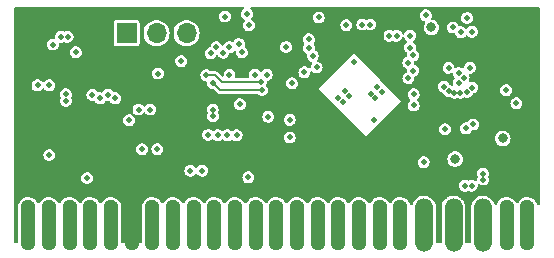
<source format=gbr>
%TF.GenerationSoftware,KiCad,Pcbnew,7.0.7*%
%TF.CreationDate,2024-01-01T23:26:10-08:00*%
%TF.ProjectId,Curly_Mini_v0,4375726c-795f-44d6-996e-695f76302e6b,rev?*%
%TF.SameCoordinates,Original*%
%TF.FileFunction,Copper,L2,Inr*%
%TF.FilePolarity,Positive*%
%FSLAX46Y46*%
G04 Gerber Fmt 4.6, Leading zero omitted, Abs format (unit mm)*
G04 Created by KiCad (PCBNEW 7.0.7) date 2024-01-01 23:26:10*
%MOMM*%
%LPD*%
G01*
G04 APERTURE LIST*
G04 Aperture macros list*
%AMFreePoly0*
4,1,29,0.193136,2.094410,0.334892,2.027705,0.455605,1.927842,0.547692,1.801096,0.605364,1.655431,0.625000,1.500000,0.625000,-1.500000,0.620072,-1.578333,0.581110,-1.730078,0.505636,-1.867366,0.398390,-1.981571,0.266112,-2.065517,0.117113,-2.113930,-0.039244,-2.123767,-0.193136,-2.094410,-0.334892,-2.027705,-0.455605,-1.927842,-0.547692,-1.801096,-0.605364,-1.655431,-0.625000,-1.500000,
-0.625000,1.500000,-0.620072,1.578333,-0.581110,1.730078,-0.505636,1.867366,-0.398390,1.981571,-0.266112,2.065517,-0.117113,2.113930,0.039244,2.123767,0.193136,2.094410,0.193136,2.094410,$1*%
%AMFreePoly1*
4,1,31,0.130236,2.238606,0.297060,2.188662,0.447869,2.101592,0.574533,1.982091,0.670224,1.836599,0.729784,1.672962,0.750000,1.500000,0.750000,-1.500000,0.744929,-1.587070,0.704769,-1.756515,0.626616,-1.912132,0.514681,-2.045530,0.375000,-2.149519,0.215102,-2.218492,0.043609,-2.248731,-0.130236,-2.238606,-0.297060,-2.188662,-0.447869,-2.101592,-0.574533,-1.982091,-0.670224,-1.836599,
-0.729784,-1.672962,-0.750000,-1.500000,-0.750000,1.500000,-0.744929,1.587070,-0.704769,1.756515,-0.626616,1.912132,-0.514681,2.045530,-0.375000,2.149519,-0.215102,2.218492,-0.043609,2.248731,0.130236,2.238606,0.130236,2.238606,$1*%
G04 Aperture macros list end*
%TA.AperFunction,CastellatedPad*%
%ADD10FreePoly0,180.000000*%
%TD*%
%TA.AperFunction,CastellatedPad*%
%ADD11FreePoly1,180.000000*%
%TD*%
%TA.AperFunction,ComponentPad*%
%ADD12R,1.700000X1.700000*%
%TD*%
%TA.AperFunction,ComponentPad*%
%ADD13O,1.700000X1.700000*%
%TD*%
%TA.AperFunction,ViaPad*%
%ADD14C,0.500000*%
%TD*%
%TA.AperFunction,ViaPad*%
%ADD15C,0.800000*%
%TD*%
%TA.AperFunction,Conductor*%
%ADD16C,0.150000*%
%TD*%
G04 APERTURE END LIST*
D10*
%TO.N,/CANH*%
%TO.C,J26*%
X112675000Y-69600000D03*
%TO.N,/CANL*%
X110925000Y-69600000D03*
D11*
%TO.N,GND*%
X108925000Y-69600000D03*
%TO.N,VDC*%
X106425000Y-69600000D03*
%TO.N,GND*%
X103925000Y-69600000D03*
D10*
%TO.N,/~{EXT_RESET}*%
X101925000Y-69600000D03*
%TO.N,/GPIO_22*%
X100175000Y-69600000D03*
%TO.N,/GPIO_23*%
X98425000Y-69600000D03*
%TO.N,/GPIO_24*%
X96675000Y-69600000D03*
%TO.N,/GPIO_25*%
X94925000Y-69600000D03*
%TO.N,/GPIO_26_A0*%
X93175000Y-69600000D03*
%TO.N,/GPIO_27_A1*%
X91425000Y-69600000D03*
%TO.N,/GPIO_28_A2*%
X89675000Y-69600000D03*
%TO.N,/GPIO_29_A3*%
X87925000Y-69600000D03*
%TO.N,/GPIO_7*%
X86175000Y-69600000D03*
%TO.N,/GPIO_6*%
X84425000Y-69600000D03*
%TO.N,/GPIO_3*%
X82675000Y-69600000D03*
%TO.N,/GPIO_2*%
X80925000Y-69600000D03*
%TO.N,+3V3*%
X79175000Y-69600000D03*
%TO.N,GND*%
X77425000Y-69600000D03*
%TO.N,/RS232_1_RX*%
X75675000Y-69600000D03*
%TO.N,/RS232_1_TX*%
X73925000Y-69600000D03*
%TO.N,/RS232_0_RX*%
X72175000Y-69600000D03*
%TO.N,/RS232_0_TX*%
X70425000Y-69600000D03*
%TD*%
D12*
%TO.N,/USB_DP*%
%TO.C,J8*%
X78740000Y-53340000D03*
D13*
%TO.N,/USB_DM*%
X81280000Y-53340000D03*
%TO.N,GND*%
X83820000Y-53340000D03*
%TD*%
D14*
%TO.N,GND*%
X88341168Y-59355393D03*
%TO.N,/CAN_TXVR_STBY*%
X107575000Y-52050000D03*
X104075000Y-51825000D03*
%TO.N,GND*%
X86037000Y-59807289D03*
X86054911Y-60357089D03*
X88950000Y-51700000D03*
X89100000Y-52650000D03*
%TO.N,+3V3*%
X87900000Y-53175000D03*
X89125000Y-53625000D03*
X89925000Y-51750000D03*
%TO.N,GND*%
X108925000Y-65725000D03*
X108925000Y-65225000D03*
X107950000Y-66250000D03*
X107400000Y-66250000D03*
%TO.N,/GPIO_22*%
X89597934Y-56852306D03*
%TO.N,/GPIO_24*%
X88250000Y-54250000D03*
%TO.N,/GPIO_23*%
X88500500Y-54950000D03*
%TO.N,/GPIO_27_A1*%
X87454404Y-56863506D03*
%TO.N,/SWCLK*%
X90200000Y-58150000D03*
%TO.N,/SWDIO*%
X90102031Y-57457536D03*
%TO.N,/GPIO_25*%
X87446896Y-54520610D03*
%TO.N,/GPIO_26_A0*%
X86921987Y-54982966D03*
%TO.N,/GPIO_28_A2*%
X86344622Y-54532489D03*
%TO.N,/GPIO_29_A3*%
X85850000Y-55027112D03*
%TO.N,+3V3*%
X96100000Y-54550000D03*
X97350000Y-54200000D03*
X99350000Y-54500000D03*
X98650000Y-54500000D03*
%TO.N,GND*%
X97350000Y-52650000D03*
X99350000Y-52600000D03*
X98700000Y-52600000D03*
X102750000Y-54550000D03*
%TO.N,+5V*%
X101000000Y-53550000D03*
X101600000Y-53550000D03*
X102750000Y-53550000D03*
%TO.N,/~{CAN_RX_BUF0}*%
X94200000Y-54600000D03*
%TO.N,/~{CAN_RX_INT}*%
X94500000Y-55250000D03*
%TO.N,/~{CAN_RX_BUF1}*%
X94173944Y-53848944D03*
%TO.N,/~{CAN_RX_INT}*%
X102600000Y-57150000D03*
%TO.N,/~{CAN_RX_BUF0}*%
X103000000Y-56500000D03*
%TO.N,/~{CAN_RX_BUF1}*%
X102600000Y-55850000D03*
D15*
%TO.N,+5V*%
X104550000Y-52850000D03*
X106550000Y-64000000D03*
D14*
%TO.N,GND*%
X111750000Y-59275000D03*
%TO.N,+3V3*%
X111750000Y-58325000D03*
D15*
%TO.N,GND*%
X110600000Y-62250000D03*
D14*
X103900000Y-64250000D03*
%TO.N,/SPI1_RX*%
X103050000Y-59450000D03*
%TO.N,/SPI1_TX*%
X103050000Y-58500000D03*
%TO.N,GND*%
X107050000Y-53250000D03*
%TO.N,/SWCLK*%
X86032441Y-57538700D03*
%TO.N,/SWDIO*%
X85498746Y-56889935D03*
%TO.N,GND*%
X95010000Y-52000000D03*
%TO.N,+3V3*%
X83350000Y-56650000D03*
%TO.N,GND*%
X73744772Y-53650000D03*
X73200000Y-53650000D03*
%TO.N,/SWCLK*%
X74450000Y-54950000D03*
%TO.N,/SWDIO*%
X72500000Y-54300000D03*
%TO.N,GND*%
X75400000Y-65600000D03*
X72200000Y-63650000D03*
%TO.N,+3V3*%
X71200000Y-56800000D03*
X72200000Y-56800000D03*
%TO.N,GND*%
X71200000Y-57750000D03*
X72200000Y-57750000D03*
X73600000Y-59050000D03*
X73600000Y-58500000D03*
%TO.N,/UART_0_TX*%
X85650000Y-61950000D03*
%TO.N,/UART_0_RX*%
X86452951Y-61962032D03*
%TO.N,/UART_1_TX*%
X87275497Y-61963000D03*
%TO.N,/UART_1_RX*%
X88050000Y-61967992D03*
X77800000Y-58850000D03*
%TO.N,/UART_1_TX*%
X77150000Y-58550000D03*
%TO.N,/UART_0_TX*%
X76500000Y-58850000D03*
%TO.N,/UART_0_RX*%
X75850000Y-58550000D03*
%TO.N,+3V3*%
X93275000Y-54525000D03*
%TO.N,/~{EXT_RESET}*%
X92250000Y-54500000D03*
%TO.N,+3V3*%
X106650000Y-61465810D03*
%TO.N,GND*%
X105700000Y-61465810D03*
%TO.N,Net-(U2-RXCAN)*%
X110876056Y-58164754D03*
%TO.N,Net-(U2-TXCAN)*%
X107483423Y-61396169D03*
%TO.N,Net-(U2-RXCAN)*%
X108100000Y-61065810D03*
%TO.N,Net-(U2-TXCAN)*%
X107975000Y-53215810D03*
%TO.N,GND*%
X106350000Y-52850000D03*
X108000000Y-57940810D03*
X107575000Y-58315810D03*
X107000000Y-58365810D03*
X106500000Y-58365810D03*
X106000000Y-58215810D03*
X105600000Y-57865810D03*
X106875000Y-57510810D03*
X107275000Y-57115810D03*
X106875000Y-56715810D03*
X107800000Y-56265810D03*
X106000000Y-56265810D03*
X103000000Y-55205810D03*
%TO.N,+3V3*%
X90549500Y-59362000D03*
X94800000Y-57175000D03*
X85150000Y-64000000D03*
X89025000Y-64570000D03*
X80750000Y-58800000D03*
X84150000Y-64000000D03*
X79950000Y-60700000D03*
%TO.N,GND*%
X99700000Y-60650000D03*
X96650000Y-58800000D03*
X97200000Y-58250000D03*
X98000000Y-55750000D03*
X100350000Y-58300000D03*
X78950000Y-60700000D03*
X87060000Y-51925000D03*
X99950000Y-57900000D03*
X80750000Y-59800000D03*
X80050000Y-63150000D03*
X99400000Y-58450000D03*
X84150000Y-64975000D03*
X89050000Y-65545000D03*
X79750000Y-59800000D03*
X83350000Y-55700000D03*
X93800000Y-56650000D03*
X81400000Y-56750000D03*
X97050000Y-59200000D03*
X85150000Y-64975000D03*
X92750000Y-57575000D03*
X90742685Y-60411538D03*
X94825000Y-56225000D03*
X97600000Y-58650000D03*
X81350000Y-63150000D03*
X99800000Y-58850000D03*
%TO.N,/~{EXT_RESET}*%
X90600000Y-56862000D03*
%TO.N,/SPI1_TX*%
X92550000Y-60663000D03*
%TO.N,/SPI1_RX*%
X92550000Y-62162000D03*
%TD*%
D16*
%TO.N,/SWCLK*%
X86032441Y-57538700D02*
X86643741Y-58150000D01*
X86643741Y-58150000D02*
X90200000Y-58150000D01*
%TO.N,/SWDIO*%
X90102031Y-57457536D02*
X90101765Y-57457802D01*
X90101765Y-57457802D02*
X86802376Y-57457802D01*
X86802376Y-57457802D02*
X86234509Y-56889935D01*
X86234509Y-56889935D02*
X85498746Y-56889935D01*
%TD*%
%TA.AperFunction,Conductor*%
%TO.N,+3V3*%
G36*
X88646994Y-51139407D02*
G01*
X88682958Y-51188907D01*
X88682958Y-51250093D01*
X88646994Y-51299593D01*
X88642326Y-51302784D01*
X88618873Y-51317855D01*
X88524622Y-51426628D01*
X88464834Y-51557543D01*
X88444353Y-51699997D01*
X88444353Y-51700002D01*
X88464834Y-51842456D01*
X88502532Y-51925002D01*
X88524623Y-51973373D01*
X88591018Y-52049997D01*
X88618873Y-52082144D01*
X88722466Y-52148719D01*
X88761198Y-52196085D01*
X88764691Y-52257171D01*
X88743763Y-52296833D01*
X88674623Y-52376626D01*
X88614834Y-52507543D01*
X88594353Y-52649997D01*
X88594353Y-52650002D01*
X88614834Y-52792456D01*
X88671268Y-52916027D01*
X88674623Y-52923373D01*
X88745286Y-53004923D01*
X88768873Y-53032144D01*
X88889942Y-53109950D01*
X88889947Y-53109953D01*
X88981779Y-53136917D01*
X89028035Y-53150499D01*
X89028036Y-53150499D01*
X89028039Y-53150500D01*
X89028041Y-53150500D01*
X89171959Y-53150500D01*
X89171961Y-53150500D01*
X89310053Y-53109953D01*
X89431128Y-53032143D01*
X89525377Y-52923373D01*
X89585165Y-52792457D01*
X89599438Y-52693183D01*
X89605647Y-52650002D01*
X96844353Y-52650002D01*
X96864834Y-52792456D01*
X96921268Y-52916027D01*
X96924623Y-52923373D01*
X96995286Y-53004923D01*
X97018873Y-53032144D01*
X97139942Y-53109950D01*
X97139947Y-53109953D01*
X97231779Y-53136917D01*
X97278035Y-53150499D01*
X97278036Y-53150499D01*
X97278039Y-53150500D01*
X97278041Y-53150500D01*
X97421959Y-53150500D01*
X97421961Y-53150500D01*
X97560053Y-53109953D01*
X97681128Y-53032143D01*
X97775377Y-52923373D01*
X97835165Y-52792457D01*
X97849438Y-52693183D01*
X97855647Y-52650002D01*
X97855647Y-52649997D01*
X97848459Y-52600002D01*
X98194353Y-52600002D01*
X98214834Y-52742456D01*
X98256490Y-52833668D01*
X98274623Y-52873373D01*
X98368872Y-52982143D01*
X98368873Y-52982144D01*
X98489942Y-53059950D01*
X98489947Y-53059953D01*
X98592436Y-53090046D01*
X98628035Y-53100499D01*
X98628036Y-53100499D01*
X98628039Y-53100500D01*
X98628041Y-53100500D01*
X98771959Y-53100500D01*
X98771961Y-53100500D01*
X98910053Y-53059953D01*
X98971478Y-53020477D01*
X99030651Y-53004923D01*
X99078521Y-53020477D01*
X99139947Y-53059953D01*
X99242436Y-53090046D01*
X99278035Y-53100499D01*
X99278036Y-53100499D01*
X99278039Y-53100500D01*
X99278041Y-53100500D01*
X99421959Y-53100500D01*
X99421961Y-53100500D01*
X99560053Y-53059953D01*
X99681128Y-52982143D01*
X99775377Y-52873373D01*
X99835165Y-52742457D01*
X99855647Y-52600000D01*
X99847807Y-52545474D01*
X99835165Y-52457543D01*
X99775377Y-52326627D01*
X99681128Y-52217857D01*
X99681127Y-52217856D01*
X99681126Y-52217855D01*
X99560057Y-52140049D01*
X99560054Y-52140047D01*
X99560053Y-52140047D01*
X99560050Y-52140046D01*
X99421964Y-52099500D01*
X99421961Y-52099500D01*
X99278039Y-52099500D01*
X99278035Y-52099500D01*
X99139948Y-52140046D01*
X99078522Y-52179522D01*
X99019347Y-52195075D01*
X98971478Y-52179522D01*
X98910053Y-52140047D01*
X98910052Y-52140046D01*
X98910051Y-52140046D01*
X98771964Y-52099500D01*
X98771961Y-52099500D01*
X98628039Y-52099500D01*
X98628035Y-52099500D01*
X98489949Y-52140046D01*
X98489942Y-52140049D01*
X98368873Y-52217855D01*
X98274622Y-52326628D01*
X98214834Y-52457543D01*
X98194353Y-52599997D01*
X98194353Y-52600002D01*
X97848459Y-52600002D01*
X97835165Y-52507543D01*
X97816700Y-52467110D01*
X97775377Y-52376627D01*
X97681128Y-52267857D01*
X97681127Y-52267856D01*
X97681126Y-52267855D01*
X97560057Y-52190049D01*
X97560054Y-52190047D01*
X97560053Y-52190047D01*
X97560050Y-52190046D01*
X97421964Y-52149500D01*
X97421961Y-52149500D01*
X97278039Y-52149500D01*
X97278035Y-52149500D01*
X97139949Y-52190046D01*
X97139942Y-52190049D01*
X97018873Y-52267855D01*
X96924622Y-52376628D01*
X96864834Y-52507543D01*
X96844353Y-52649997D01*
X96844353Y-52650002D01*
X89605647Y-52650002D01*
X89605647Y-52649997D01*
X89585165Y-52507543D01*
X89566700Y-52467110D01*
X89525377Y-52376627D01*
X89431128Y-52267857D01*
X89327532Y-52201280D01*
X89288801Y-52153914D01*
X89285308Y-52092828D01*
X89306237Y-52053165D01*
X89308978Y-52050002D01*
X89352303Y-52000002D01*
X94504353Y-52000002D01*
X94524834Y-52142456D01*
X94577224Y-52257171D01*
X94584623Y-52273373D01*
X94674093Y-52376628D01*
X94678873Y-52382144D01*
X94799942Y-52459950D01*
X94799947Y-52459953D01*
X94906403Y-52491211D01*
X94938035Y-52500499D01*
X94938036Y-52500499D01*
X94938039Y-52500500D01*
X94938041Y-52500500D01*
X95081959Y-52500500D01*
X95081961Y-52500500D01*
X95220053Y-52459953D01*
X95341128Y-52382143D01*
X95435377Y-52273373D01*
X95495165Y-52142457D01*
X95501992Y-52094971D01*
X95515647Y-52000002D01*
X95515647Y-51999997D01*
X95495165Y-51857543D01*
X95480304Y-51825002D01*
X103569353Y-51825002D01*
X103589834Y-51967456D01*
X103635504Y-52067457D01*
X103649623Y-52098373D01*
X103737354Y-52199621D01*
X103743873Y-52207144D01*
X103864942Y-52284950D01*
X103864947Y-52284953D01*
X103948207Y-52309400D01*
X103970286Y-52315883D01*
X104020793Y-52350419D01*
X104041355Y-52408046D01*
X104024117Y-52466753D01*
X104023871Y-52467110D01*
X103969781Y-52545473D01*
X103969781Y-52545474D01*
X103913763Y-52693182D01*
X103913762Y-52693183D01*
X103894722Y-52849998D01*
X103894722Y-52850001D01*
X103913762Y-53006816D01*
X103913763Y-53006818D01*
X103963103Y-53136917D01*
X103969780Y-53154523D01*
X104059515Y-53284528D01*
X104059516Y-53284529D01*
X104059517Y-53284530D01*
X104177760Y-53389283D01*
X104317635Y-53462696D01*
X104471015Y-53500500D01*
X104471018Y-53500500D01*
X104628982Y-53500500D01*
X104628985Y-53500500D01*
X104782365Y-53462696D01*
X104922240Y-53389283D01*
X105040483Y-53284530D01*
X105130220Y-53154523D01*
X105186237Y-53006818D01*
X105205278Y-52850002D01*
X105844353Y-52850002D01*
X105864834Y-52992456D01*
X105924622Y-53123371D01*
X105924623Y-53123373D01*
X106004721Y-53215812D01*
X106018873Y-53232144D01*
X106100388Y-53284530D01*
X106139947Y-53309953D01*
X106242279Y-53340000D01*
X106278035Y-53350499D01*
X106278036Y-53350499D01*
X106278039Y-53350500D01*
X106278041Y-53350500D01*
X106421960Y-53350500D01*
X106421961Y-53350500D01*
X106448736Y-53342638D01*
X106509896Y-53344385D01*
X106558349Y-53381748D01*
X106566681Y-53396501D01*
X106622254Y-53518186D01*
X106624623Y-53523373D01*
X106718871Y-53632142D01*
X106718873Y-53632144D01*
X106839942Y-53709950D01*
X106839947Y-53709953D01*
X106946403Y-53741211D01*
X106978035Y-53750499D01*
X106978036Y-53750499D01*
X106978039Y-53750500D01*
X106978041Y-53750500D01*
X107121959Y-53750500D01*
X107121961Y-53750500D01*
X107260053Y-53709953D01*
X107381128Y-53632143D01*
X107452493Y-53549782D01*
X107504888Y-53518186D01*
X107565849Y-53523421D01*
X107602131Y-53549782D01*
X107643870Y-53597951D01*
X107643872Y-53597953D01*
X107702618Y-53635707D01*
X107764947Y-53675763D01*
X107869585Y-53706487D01*
X107903035Y-53716309D01*
X107903036Y-53716309D01*
X107903039Y-53716310D01*
X107903041Y-53716310D01*
X108046959Y-53716310D01*
X108046961Y-53716310D01*
X108185053Y-53675763D01*
X108306128Y-53597953D01*
X108400377Y-53489183D01*
X108460165Y-53358267D01*
X108480647Y-53215810D01*
X108476943Y-53190049D01*
X108460165Y-53073353D01*
X108454044Y-53059950D01*
X108400377Y-52942437D01*
X108306128Y-52833667D01*
X108306127Y-52833666D01*
X108306126Y-52833665D01*
X108185057Y-52755859D01*
X108185054Y-52755857D01*
X108185053Y-52755857D01*
X108184219Y-52755612D01*
X108046964Y-52715310D01*
X108046961Y-52715310D01*
X107903039Y-52715310D01*
X107903035Y-52715310D01*
X107764949Y-52755856D01*
X107764942Y-52755859D01*
X107643872Y-52833666D01*
X107643870Y-52833668D01*
X107572506Y-52916027D01*
X107520110Y-52947623D01*
X107459149Y-52942387D01*
X107422868Y-52916027D01*
X107381129Y-52867858D01*
X107381127Y-52867856D01*
X107260057Y-52790049D01*
X107260054Y-52790047D01*
X107260053Y-52790047D01*
X107253259Y-52788052D01*
X107121964Y-52749500D01*
X107121961Y-52749500D01*
X106978039Y-52749500D01*
X106978035Y-52749500D01*
X106951259Y-52757362D01*
X106890099Y-52755612D01*
X106841647Y-52718248D01*
X106833318Y-52703498D01*
X106783960Y-52595421D01*
X106775377Y-52576627D01*
X106681128Y-52467857D01*
X106681127Y-52467856D01*
X106681126Y-52467855D01*
X106560057Y-52390049D01*
X106560054Y-52390047D01*
X106560053Y-52390047D01*
X106560050Y-52390046D01*
X106421964Y-52349500D01*
X106421961Y-52349500D01*
X106278039Y-52349500D01*
X106278035Y-52349500D01*
X106139949Y-52390046D01*
X106139942Y-52390049D01*
X106018873Y-52467855D01*
X105924622Y-52576628D01*
X105864834Y-52707543D01*
X105844353Y-52849997D01*
X105844353Y-52850002D01*
X105205278Y-52850002D01*
X105205278Y-52850000D01*
X105197998Y-52790047D01*
X105192220Y-52742456D01*
X105186237Y-52693182D01*
X105130220Y-52545477D01*
X105051992Y-52432144D01*
X105040484Y-52415471D01*
X104936524Y-52323371D01*
X104922240Y-52310717D01*
X104814241Y-52254034D01*
X104782364Y-52237303D01*
X104628987Y-52199500D01*
X104628985Y-52199500D01*
X104608241Y-52199500D01*
X104550050Y-52180593D01*
X104514086Y-52131093D01*
X104514086Y-52069907D01*
X104518188Y-52059373D01*
X104522468Y-52050002D01*
X107069353Y-52050002D01*
X107089834Y-52192456D01*
X107146202Y-52315883D01*
X107149623Y-52323373D01*
X107209316Y-52392263D01*
X107243873Y-52432144D01*
X107361197Y-52507543D01*
X107364947Y-52509953D01*
X107471403Y-52541211D01*
X107503035Y-52550499D01*
X107503036Y-52550499D01*
X107503039Y-52550500D01*
X107503041Y-52550500D01*
X107646959Y-52550500D01*
X107646961Y-52550500D01*
X107785053Y-52509953D01*
X107906128Y-52432143D01*
X108000377Y-52323373D01*
X108060165Y-52192457D01*
X108073692Y-52098373D01*
X108080647Y-52050002D01*
X108080647Y-52049997D01*
X108060165Y-51907543D01*
X108060164Y-51907542D01*
X108000377Y-51776627D01*
X107906128Y-51667857D01*
X107906127Y-51667856D01*
X107906126Y-51667855D01*
X107785057Y-51590049D01*
X107785054Y-51590047D01*
X107785053Y-51590047D01*
X107785050Y-51590046D01*
X107646964Y-51549500D01*
X107646961Y-51549500D01*
X107503039Y-51549500D01*
X107503035Y-51549500D01*
X107364949Y-51590046D01*
X107364942Y-51590049D01*
X107243873Y-51667855D01*
X107149622Y-51776628D01*
X107089834Y-51907543D01*
X107069353Y-52049997D01*
X107069353Y-52050002D01*
X104522468Y-52050002D01*
X104560165Y-51967456D01*
X104580647Y-51825002D01*
X104580647Y-51824997D01*
X104560165Y-51682543D01*
X104546046Y-51651627D01*
X104500377Y-51551627D01*
X104406128Y-51442857D01*
X104406127Y-51442856D01*
X104406126Y-51442855D01*
X104285057Y-51365049D01*
X104285054Y-51365047D01*
X104285053Y-51365047D01*
X104285050Y-51365046D01*
X104146964Y-51324500D01*
X104146961Y-51324500D01*
X104003039Y-51324500D01*
X104003035Y-51324500D01*
X103864949Y-51365046D01*
X103864942Y-51365049D01*
X103743873Y-51442855D01*
X103649622Y-51551628D01*
X103589834Y-51682543D01*
X103569353Y-51824997D01*
X103569353Y-51825002D01*
X95480304Y-51825002D01*
X95480303Y-51825000D01*
X95435377Y-51726627D01*
X95341128Y-51617857D01*
X95341127Y-51617856D01*
X95341126Y-51617855D01*
X95220057Y-51540049D01*
X95220054Y-51540047D01*
X95220053Y-51540047D01*
X95220050Y-51540046D01*
X95081964Y-51499500D01*
X95081961Y-51499500D01*
X94938039Y-51499500D01*
X94938035Y-51499500D01*
X94799949Y-51540046D01*
X94799942Y-51540049D01*
X94678873Y-51617855D01*
X94584622Y-51726628D01*
X94524834Y-51857543D01*
X94504353Y-51999997D01*
X94504353Y-52000002D01*
X89352303Y-52000002D01*
X89375377Y-51973373D01*
X89435165Y-51842457D01*
X89455647Y-51700000D01*
X89451025Y-51667855D01*
X89435165Y-51557543D01*
X89392923Y-51465047D01*
X89375377Y-51426627D01*
X89281128Y-51317857D01*
X89281127Y-51317856D01*
X89281126Y-51317855D01*
X89257674Y-51302784D01*
X89218943Y-51255419D01*
X89215449Y-51194333D01*
X89248528Y-51142860D01*
X89305544Y-51120661D01*
X89311197Y-51120500D01*
X113615500Y-51120500D01*
X113673691Y-51139407D01*
X113709655Y-51188907D01*
X113714500Y-51219500D01*
X113714500Y-67814900D01*
X113695593Y-67873091D01*
X113646093Y-67909055D01*
X113584907Y-67909055D01*
X113535407Y-67873091D01*
X113523452Y-67851344D01*
X113522647Y-67849312D01*
X113504937Y-67804579D01*
X113464519Y-67702494D01*
X113464517Y-67702490D01*
X113433673Y-67646386D01*
X113340855Y-67518633D01*
X113299205Y-67474279D01*
X113297035Y-67471968D01*
X113297023Y-67471957D01*
X113175356Y-67371305D01*
X113148328Y-67354153D01*
X113121300Y-67337001D01*
X113049859Y-67303383D01*
X112978417Y-67269765D01*
X112917546Y-67249986D01*
X112917531Y-67249982D01*
X112917530Y-67249982D01*
X112917526Y-67249981D01*
X112917521Y-67249980D01*
X112762420Y-67220393D01*
X112762415Y-67220392D01*
X112698519Y-67216372D01*
X112698518Y-67216372D01*
X112540913Y-67226287D01*
X112478038Y-67238282D01*
X112478013Y-67238288D01*
X112327859Y-67287077D01*
X112327849Y-67287081D01*
X112269917Y-67314341D01*
X112269905Y-67314348D01*
X112136591Y-67398952D01*
X112087257Y-67439764D01*
X112087255Y-67439767D01*
X111979160Y-67554876D01*
X111941530Y-67606671D01*
X111941527Y-67606676D01*
X111888439Y-67703243D01*
X111843837Y-67745127D01*
X111783134Y-67752795D01*
X111729517Y-67723319D01*
X111714931Y-67703244D01*
X111714518Y-67702493D01*
X111714517Y-67702490D01*
X111683673Y-67646386D01*
X111590855Y-67518633D01*
X111549205Y-67474279D01*
X111547035Y-67471968D01*
X111547023Y-67471957D01*
X111425356Y-67371305D01*
X111398328Y-67354153D01*
X111371300Y-67337001D01*
X111299858Y-67303383D01*
X111228417Y-67269765D01*
X111167546Y-67249986D01*
X111167531Y-67249982D01*
X111167530Y-67249982D01*
X111167526Y-67249981D01*
X111167521Y-67249980D01*
X111012420Y-67220393D01*
X111012415Y-67220392D01*
X110948519Y-67216372D01*
X110948518Y-67216372D01*
X110790913Y-67226287D01*
X110728038Y-67238282D01*
X110728013Y-67238288D01*
X110577859Y-67287077D01*
X110577849Y-67287081D01*
X110519917Y-67314341D01*
X110519905Y-67314348D01*
X110386591Y-67398952D01*
X110337257Y-67439764D01*
X110337255Y-67439767D01*
X110229160Y-67554876D01*
X110191530Y-67606671D01*
X110191527Y-67606676D01*
X110115462Y-67745037D01*
X110115452Y-67745059D01*
X110091891Y-67804563D01*
X110091887Y-67804575D01*
X110086842Y-67824226D01*
X110054057Y-67875886D01*
X109997168Y-67898410D01*
X109937905Y-67883193D01*
X109898904Y-67836049D01*
X109897923Y-67833465D01*
X109839798Y-67673770D01*
X109839796Y-67673766D01*
X109839792Y-67673754D01*
X109813178Y-67620761D01*
X109716836Y-67474279D01*
X109716832Y-67474274D01*
X109716828Y-67474268D01*
X109678721Y-67428856D01*
X109678716Y-67428850D01*
X109590777Y-67345884D01*
X109551191Y-67308536D01*
X109551186Y-67308532D01*
X109503632Y-67273129D01*
X109503626Y-67273125D01*
X109463541Y-67249982D01*
X109351785Y-67185460D01*
X109349420Y-67184440D01*
X109297335Y-67161972D01*
X109297333Y-67161971D01*
X109199065Y-67132552D01*
X109129375Y-67111688D01*
X109129370Y-67111687D01*
X109070975Y-67101390D01*
X108954287Y-67094593D01*
X108895944Y-67091196D01*
X108895943Y-67091196D01*
X108836740Y-67094644D01*
X108664089Y-67125086D01*
X108664082Y-67125088D01*
X108607280Y-67142092D01*
X108607269Y-67142096D01*
X108446287Y-67211537D01*
X108446280Y-67211541D01*
X108394948Y-67241178D01*
X108394931Y-67241188D01*
X108394928Y-67241191D01*
X108356547Y-67269765D01*
X108254301Y-67345884D01*
X108254283Y-67345898D01*
X108211178Y-67386565D01*
X108211165Y-67386578D01*
X108098464Y-67520888D01*
X108065877Y-67570433D01*
X107987192Y-67727109D01*
X107987186Y-67727123D01*
X107966907Y-67782838D01*
X107926477Y-67953427D01*
X107919592Y-68012336D01*
X107919591Y-68012346D01*
X107919591Y-69540752D01*
X107919280Y-69546297D01*
X107916452Y-69571396D01*
X107916452Y-69628606D01*
X107919280Y-69653695D01*
X107919592Y-69659244D01*
X107919592Y-71020500D01*
X107900685Y-71078691D01*
X107851185Y-71114655D01*
X107820592Y-71119500D01*
X107529408Y-71119500D01*
X107471217Y-71100593D01*
X107435253Y-71051093D01*
X107430408Y-71020500D01*
X107430407Y-69659247D01*
X107430719Y-69653698D01*
X107431188Y-69649533D01*
X107433548Y-69628597D01*
X107433548Y-69571403D01*
X107430719Y-69546294D01*
X107430408Y-69540748D01*
X107430408Y-68048887D01*
X107429544Y-68034045D01*
X107428024Y-68021043D01*
X107413433Y-67896210D01*
X107402318Y-67849312D01*
X107399757Y-67838505D01*
X107399755Y-67838500D01*
X107339798Y-67673770D01*
X107339796Y-67673766D01*
X107339792Y-67673754D01*
X107313178Y-67620761D01*
X107216836Y-67474279D01*
X107216832Y-67474274D01*
X107216828Y-67474268D01*
X107178721Y-67428856D01*
X107178716Y-67428850D01*
X107090777Y-67345884D01*
X107051191Y-67308536D01*
X107051186Y-67308532D01*
X107003632Y-67273129D01*
X107003626Y-67273125D01*
X106963541Y-67249982D01*
X106851785Y-67185460D01*
X106849420Y-67184440D01*
X106797335Y-67161972D01*
X106797333Y-67161971D01*
X106699065Y-67132552D01*
X106629375Y-67111688D01*
X106629370Y-67111687D01*
X106570975Y-67101390D01*
X106454287Y-67094593D01*
X106395944Y-67091196D01*
X106395943Y-67091196D01*
X106336740Y-67094644D01*
X106164089Y-67125086D01*
X106164082Y-67125088D01*
X106107280Y-67142092D01*
X106107269Y-67142096D01*
X105946287Y-67211537D01*
X105946280Y-67211541D01*
X105894948Y-67241178D01*
X105894931Y-67241188D01*
X105894928Y-67241191D01*
X105856547Y-67269765D01*
X105754301Y-67345884D01*
X105754283Y-67345898D01*
X105711178Y-67386565D01*
X105711165Y-67386578D01*
X105598464Y-67520888D01*
X105565877Y-67570433D01*
X105487192Y-67727109D01*
X105487186Y-67727123D01*
X105466907Y-67782838D01*
X105426477Y-67953427D01*
X105419592Y-68012336D01*
X105419591Y-68012346D01*
X105419591Y-69540752D01*
X105419280Y-69546297D01*
X105416452Y-69571396D01*
X105416452Y-69628606D01*
X105419280Y-69653695D01*
X105419592Y-69659244D01*
X105419592Y-71020500D01*
X105400685Y-71078691D01*
X105351185Y-71114655D01*
X105320592Y-71119500D01*
X105029408Y-71119500D01*
X104971217Y-71100593D01*
X104935253Y-71051093D01*
X104930408Y-71020500D01*
X104930407Y-69659247D01*
X104930719Y-69653698D01*
X104931188Y-69649533D01*
X104933548Y-69628597D01*
X104933548Y-69571403D01*
X104930719Y-69546294D01*
X104930408Y-69540748D01*
X104930408Y-68048887D01*
X104929544Y-68034045D01*
X104928024Y-68021043D01*
X104913433Y-67896210D01*
X104902318Y-67849312D01*
X104899757Y-67838505D01*
X104899755Y-67838500D01*
X104839798Y-67673770D01*
X104839796Y-67673766D01*
X104839792Y-67673754D01*
X104813178Y-67620761D01*
X104716836Y-67474279D01*
X104716832Y-67474274D01*
X104716828Y-67474268D01*
X104678721Y-67428856D01*
X104678716Y-67428850D01*
X104590777Y-67345884D01*
X104551191Y-67308536D01*
X104551186Y-67308532D01*
X104503632Y-67273129D01*
X104503626Y-67273125D01*
X104463541Y-67249982D01*
X104351785Y-67185460D01*
X104349420Y-67184440D01*
X104297335Y-67161972D01*
X104297333Y-67161971D01*
X104199065Y-67132552D01*
X104129375Y-67111688D01*
X104129370Y-67111687D01*
X104070975Y-67101390D01*
X103954286Y-67094593D01*
X103895944Y-67091196D01*
X103895943Y-67091196D01*
X103836740Y-67094644D01*
X103664089Y-67125086D01*
X103664082Y-67125088D01*
X103607280Y-67142092D01*
X103607269Y-67142096D01*
X103446287Y-67211537D01*
X103446280Y-67211541D01*
X103394948Y-67241178D01*
X103394931Y-67241188D01*
X103394928Y-67241191D01*
X103356547Y-67269765D01*
X103254301Y-67345884D01*
X103254283Y-67345898D01*
X103211178Y-67386565D01*
X103211165Y-67386578D01*
X103098464Y-67520888D01*
X103065877Y-67570433D01*
X102987192Y-67727109D01*
X102987186Y-67727123D01*
X102966908Y-67782837D01*
X102956868Y-67825198D01*
X102925050Y-67877460D01*
X102868590Y-67901038D01*
X102809054Y-67886927D01*
X102769183Y-67840516D01*
X102768511Y-67838864D01*
X102731368Y-67745050D01*
X102714519Y-67702494D01*
X102714517Y-67702490D01*
X102683673Y-67646386D01*
X102590855Y-67518633D01*
X102549205Y-67474279D01*
X102547035Y-67471968D01*
X102547023Y-67471957D01*
X102425356Y-67371305D01*
X102398328Y-67354153D01*
X102371300Y-67337001D01*
X102299858Y-67303383D01*
X102228417Y-67269765D01*
X102167546Y-67249986D01*
X102167531Y-67249982D01*
X102167530Y-67249982D01*
X102167526Y-67249981D01*
X102167521Y-67249980D01*
X102012420Y-67220393D01*
X102012415Y-67220392D01*
X101948519Y-67216372D01*
X101948518Y-67216372D01*
X101790913Y-67226287D01*
X101728038Y-67238282D01*
X101728013Y-67238288D01*
X101577859Y-67287077D01*
X101577849Y-67287081D01*
X101519917Y-67314341D01*
X101519905Y-67314348D01*
X101386591Y-67398952D01*
X101337257Y-67439764D01*
X101337255Y-67439767D01*
X101229160Y-67554876D01*
X101191530Y-67606671D01*
X101191527Y-67606676D01*
X101138439Y-67703243D01*
X101093837Y-67745127D01*
X101033134Y-67752795D01*
X100979517Y-67723319D01*
X100964931Y-67703244D01*
X100964518Y-67702493D01*
X100964517Y-67702490D01*
X100933673Y-67646386D01*
X100840855Y-67518633D01*
X100799205Y-67474279D01*
X100797035Y-67471968D01*
X100797023Y-67471957D01*
X100675356Y-67371305D01*
X100648328Y-67354153D01*
X100621300Y-67337001D01*
X100549859Y-67303383D01*
X100478417Y-67269765D01*
X100417546Y-67249986D01*
X100417531Y-67249982D01*
X100417530Y-67249982D01*
X100417526Y-67249981D01*
X100417521Y-67249980D01*
X100262420Y-67220393D01*
X100262415Y-67220392D01*
X100198519Y-67216372D01*
X100198518Y-67216372D01*
X100040913Y-67226287D01*
X99978038Y-67238282D01*
X99978013Y-67238288D01*
X99827859Y-67287077D01*
X99827849Y-67287081D01*
X99769917Y-67314341D01*
X99769905Y-67314348D01*
X99636591Y-67398952D01*
X99587257Y-67439764D01*
X99587255Y-67439767D01*
X99479160Y-67554876D01*
X99441530Y-67606671D01*
X99441527Y-67606676D01*
X99388439Y-67703243D01*
X99343837Y-67745127D01*
X99283134Y-67752795D01*
X99229517Y-67723319D01*
X99214931Y-67703244D01*
X99214518Y-67702493D01*
X99214517Y-67702490D01*
X99183673Y-67646386D01*
X99090855Y-67518633D01*
X99049205Y-67474279D01*
X99047035Y-67471968D01*
X99047023Y-67471957D01*
X98925356Y-67371305D01*
X98898328Y-67354153D01*
X98871300Y-67337001D01*
X98799858Y-67303383D01*
X98728417Y-67269765D01*
X98667546Y-67249986D01*
X98667531Y-67249982D01*
X98667530Y-67249982D01*
X98667526Y-67249981D01*
X98667521Y-67249980D01*
X98512420Y-67220393D01*
X98512415Y-67220392D01*
X98448519Y-67216372D01*
X98448518Y-67216372D01*
X98290913Y-67226287D01*
X98228038Y-67238282D01*
X98228013Y-67238288D01*
X98077859Y-67287077D01*
X98077849Y-67287081D01*
X98019917Y-67314341D01*
X98019905Y-67314348D01*
X97886591Y-67398952D01*
X97837257Y-67439764D01*
X97837255Y-67439767D01*
X97729160Y-67554876D01*
X97691530Y-67606671D01*
X97691527Y-67606676D01*
X97638439Y-67703243D01*
X97593837Y-67745127D01*
X97533134Y-67752795D01*
X97479517Y-67723319D01*
X97464931Y-67703244D01*
X97464518Y-67702493D01*
X97464517Y-67702490D01*
X97433673Y-67646386D01*
X97340855Y-67518633D01*
X97299205Y-67474279D01*
X97297035Y-67471968D01*
X97297023Y-67471957D01*
X97175356Y-67371305D01*
X97148328Y-67354153D01*
X97121300Y-67337001D01*
X97049859Y-67303383D01*
X96978417Y-67269765D01*
X96917546Y-67249986D01*
X96917531Y-67249982D01*
X96917530Y-67249982D01*
X96917526Y-67249981D01*
X96917521Y-67249980D01*
X96762420Y-67220393D01*
X96762415Y-67220392D01*
X96698519Y-67216372D01*
X96698518Y-67216372D01*
X96540913Y-67226287D01*
X96478038Y-67238282D01*
X96478013Y-67238288D01*
X96327859Y-67287077D01*
X96327849Y-67287081D01*
X96269917Y-67314341D01*
X96269905Y-67314348D01*
X96136591Y-67398952D01*
X96087257Y-67439764D01*
X96087255Y-67439767D01*
X95979160Y-67554876D01*
X95941530Y-67606671D01*
X95941527Y-67606676D01*
X95888439Y-67703243D01*
X95843837Y-67745127D01*
X95783134Y-67752795D01*
X95729517Y-67723319D01*
X95714931Y-67703244D01*
X95714518Y-67702493D01*
X95714517Y-67702490D01*
X95683673Y-67646386D01*
X95590855Y-67518633D01*
X95549205Y-67474279D01*
X95547035Y-67471968D01*
X95547023Y-67471957D01*
X95425356Y-67371305D01*
X95398328Y-67354153D01*
X95371300Y-67337001D01*
X95299858Y-67303383D01*
X95228417Y-67269765D01*
X95167546Y-67249986D01*
X95167531Y-67249982D01*
X95167530Y-67249982D01*
X95167526Y-67249981D01*
X95167521Y-67249980D01*
X95012420Y-67220393D01*
X95012415Y-67220392D01*
X94948519Y-67216372D01*
X94948518Y-67216372D01*
X94790913Y-67226287D01*
X94728038Y-67238282D01*
X94728013Y-67238288D01*
X94577859Y-67287077D01*
X94577849Y-67287081D01*
X94519917Y-67314341D01*
X94519905Y-67314348D01*
X94386591Y-67398952D01*
X94337257Y-67439764D01*
X94337255Y-67439767D01*
X94229160Y-67554876D01*
X94191530Y-67606671D01*
X94191527Y-67606676D01*
X94138439Y-67703243D01*
X94093837Y-67745127D01*
X94033134Y-67752795D01*
X93979517Y-67723319D01*
X93964931Y-67703244D01*
X93964518Y-67702493D01*
X93964517Y-67702490D01*
X93933673Y-67646386D01*
X93840855Y-67518633D01*
X93799205Y-67474279D01*
X93797035Y-67471968D01*
X93797023Y-67471957D01*
X93675356Y-67371305D01*
X93648328Y-67354153D01*
X93621300Y-67337001D01*
X93549859Y-67303383D01*
X93478417Y-67269765D01*
X93417546Y-67249986D01*
X93417531Y-67249982D01*
X93417530Y-67249982D01*
X93417526Y-67249981D01*
X93417521Y-67249980D01*
X93262420Y-67220393D01*
X93262415Y-67220392D01*
X93198519Y-67216372D01*
X93198518Y-67216372D01*
X93040913Y-67226287D01*
X92978038Y-67238282D01*
X92978013Y-67238288D01*
X92827859Y-67287077D01*
X92827849Y-67287081D01*
X92769917Y-67314341D01*
X92769905Y-67314348D01*
X92636591Y-67398952D01*
X92587257Y-67439764D01*
X92587255Y-67439767D01*
X92479160Y-67554876D01*
X92441530Y-67606671D01*
X92441527Y-67606676D01*
X92388439Y-67703243D01*
X92343837Y-67745127D01*
X92283134Y-67752795D01*
X92229517Y-67723319D01*
X92214931Y-67703244D01*
X92214518Y-67702493D01*
X92214517Y-67702490D01*
X92183673Y-67646386D01*
X92090855Y-67518633D01*
X92049205Y-67474279D01*
X92047035Y-67471968D01*
X92047023Y-67471957D01*
X91925356Y-67371305D01*
X91898328Y-67354153D01*
X91871300Y-67337001D01*
X91799858Y-67303383D01*
X91728417Y-67269765D01*
X91667546Y-67249986D01*
X91667531Y-67249982D01*
X91667530Y-67249982D01*
X91667526Y-67249981D01*
X91667521Y-67249980D01*
X91512420Y-67220393D01*
X91512415Y-67220392D01*
X91448519Y-67216372D01*
X91448518Y-67216372D01*
X91290913Y-67226287D01*
X91228038Y-67238282D01*
X91228013Y-67238288D01*
X91077859Y-67287077D01*
X91077849Y-67287081D01*
X91019917Y-67314341D01*
X91019905Y-67314348D01*
X90886591Y-67398952D01*
X90837257Y-67439764D01*
X90837255Y-67439767D01*
X90729160Y-67554876D01*
X90691530Y-67606671D01*
X90691527Y-67606676D01*
X90638439Y-67703243D01*
X90593837Y-67745127D01*
X90533134Y-67752795D01*
X90479517Y-67723319D01*
X90464931Y-67703244D01*
X90464518Y-67702493D01*
X90464517Y-67702490D01*
X90433673Y-67646386D01*
X90340855Y-67518633D01*
X90299205Y-67474279D01*
X90297035Y-67471968D01*
X90297023Y-67471957D01*
X90175356Y-67371305D01*
X90148328Y-67354153D01*
X90121300Y-67337001D01*
X90049859Y-67303383D01*
X89978417Y-67269765D01*
X89917546Y-67249986D01*
X89917531Y-67249982D01*
X89917530Y-67249982D01*
X89917526Y-67249981D01*
X89917521Y-67249980D01*
X89762420Y-67220393D01*
X89762415Y-67220392D01*
X89698519Y-67216372D01*
X89698518Y-67216372D01*
X89540913Y-67226287D01*
X89478038Y-67238282D01*
X89478013Y-67238288D01*
X89327859Y-67287077D01*
X89327849Y-67287081D01*
X89269917Y-67314341D01*
X89269905Y-67314348D01*
X89136591Y-67398952D01*
X89087257Y-67439764D01*
X89087255Y-67439767D01*
X88979160Y-67554876D01*
X88941530Y-67606671D01*
X88941527Y-67606676D01*
X88888439Y-67703243D01*
X88843837Y-67745127D01*
X88783134Y-67752795D01*
X88729517Y-67723319D01*
X88714931Y-67703244D01*
X88714518Y-67702493D01*
X88714517Y-67702490D01*
X88683673Y-67646386D01*
X88590855Y-67518633D01*
X88549205Y-67474279D01*
X88547035Y-67471968D01*
X88547023Y-67471957D01*
X88425356Y-67371305D01*
X88398328Y-67354153D01*
X88371300Y-67337001D01*
X88299858Y-67303383D01*
X88228417Y-67269765D01*
X88167546Y-67249986D01*
X88167531Y-67249982D01*
X88167530Y-67249982D01*
X88167526Y-67249981D01*
X88167521Y-67249980D01*
X88012420Y-67220393D01*
X88012415Y-67220392D01*
X87948519Y-67216372D01*
X87948518Y-67216372D01*
X87790913Y-67226287D01*
X87728038Y-67238282D01*
X87728013Y-67238288D01*
X87577859Y-67287077D01*
X87577849Y-67287081D01*
X87519917Y-67314341D01*
X87519905Y-67314348D01*
X87386591Y-67398952D01*
X87337257Y-67439764D01*
X87337255Y-67439767D01*
X87229160Y-67554876D01*
X87191530Y-67606671D01*
X87191527Y-67606676D01*
X87138439Y-67703243D01*
X87093837Y-67745127D01*
X87033134Y-67752795D01*
X86979517Y-67723319D01*
X86964931Y-67703244D01*
X86964518Y-67702493D01*
X86964517Y-67702490D01*
X86933673Y-67646386D01*
X86840855Y-67518633D01*
X86799205Y-67474279D01*
X86797035Y-67471968D01*
X86797023Y-67471957D01*
X86675356Y-67371305D01*
X86648328Y-67354153D01*
X86621300Y-67337001D01*
X86549859Y-67303383D01*
X86478417Y-67269765D01*
X86417546Y-67249986D01*
X86417531Y-67249982D01*
X86417530Y-67249982D01*
X86417526Y-67249981D01*
X86417521Y-67249980D01*
X86262420Y-67220393D01*
X86262415Y-67220392D01*
X86198519Y-67216372D01*
X86198518Y-67216372D01*
X86040913Y-67226287D01*
X85978038Y-67238282D01*
X85978013Y-67238288D01*
X85827859Y-67287077D01*
X85827849Y-67287081D01*
X85769917Y-67314341D01*
X85769905Y-67314348D01*
X85636591Y-67398952D01*
X85587257Y-67439764D01*
X85587255Y-67439767D01*
X85479160Y-67554876D01*
X85441530Y-67606671D01*
X85441527Y-67606676D01*
X85388439Y-67703243D01*
X85343837Y-67745127D01*
X85283134Y-67752795D01*
X85229517Y-67723319D01*
X85214931Y-67703244D01*
X85214518Y-67702493D01*
X85214517Y-67702490D01*
X85183673Y-67646386D01*
X85090855Y-67518633D01*
X85049205Y-67474279D01*
X85047035Y-67471968D01*
X85047023Y-67471957D01*
X84925356Y-67371305D01*
X84898328Y-67354153D01*
X84871300Y-67337001D01*
X84799858Y-67303383D01*
X84728417Y-67269765D01*
X84667546Y-67249986D01*
X84667531Y-67249982D01*
X84667530Y-67249982D01*
X84667526Y-67249981D01*
X84667521Y-67249980D01*
X84512420Y-67220393D01*
X84512415Y-67220392D01*
X84448519Y-67216372D01*
X84448518Y-67216372D01*
X84290913Y-67226287D01*
X84228038Y-67238282D01*
X84228013Y-67238288D01*
X84077859Y-67287077D01*
X84077849Y-67287081D01*
X84019917Y-67314341D01*
X84019905Y-67314348D01*
X83886591Y-67398952D01*
X83837257Y-67439764D01*
X83837255Y-67439767D01*
X83729160Y-67554876D01*
X83691530Y-67606671D01*
X83691527Y-67606676D01*
X83638439Y-67703243D01*
X83593837Y-67745127D01*
X83533134Y-67752795D01*
X83479517Y-67723319D01*
X83464931Y-67703244D01*
X83464518Y-67702493D01*
X83464517Y-67702490D01*
X83433673Y-67646386D01*
X83340855Y-67518633D01*
X83299205Y-67474279D01*
X83297035Y-67471968D01*
X83297023Y-67471957D01*
X83175356Y-67371305D01*
X83148328Y-67354153D01*
X83121300Y-67337001D01*
X83049859Y-67303383D01*
X82978417Y-67269765D01*
X82917546Y-67249986D01*
X82917531Y-67249982D01*
X82917530Y-67249982D01*
X82917526Y-67249981D01*
X82917521Y-67249980D01*
X82762420Y-67220393D01*
X82762415Y-67220392D01*
X82698519Y-67216372D01*
X82698518Y-67216372D01*
X82540913Y-67226287D01*
X82478038Y-67238282D01*
X82478013Y-67238288D01*
X82327859Y-67287077D01*
X82327849Y-67287081D01*
X82269917Y-67314341D01*
X82269905Y-67314348D01*
X82136591Y-67398952D01*
X82087257Y-67439764D01*
X82087255Y-67439767D01*
X81979160Y-67554876D01*
X81941530Y-67606671D01*
X81941527Y-67606676D01*
X81888439Y-67703243D01*
X81843837Y-67745127D01*
X81783134Y-67752795D01*
X81729517Y-67723319D01*
X81714931Y-67703244D01*
X81714518Y-67702493D01*
X81714517Y-67702490D01*
X81683673Y-67646386D01*
X81590855Y-67518633D01*
X81549205Y-67474279D01*
X81547035Y-67471968D01*
X81547023Y-67471957D01*
X81425356Y-67371305D01*
X81398328Y-67354153D01*
X81371300Y-67337001D01*
X81299859Y-67303383D01*
X81228417Y-67269765D01*
X81167546Y-67249986D01*
X81167531Y-67249982D01*
X81167530Y-67249982D01*
X81167526Y-67249981D01*
X81167521Y-67249980D01*
X81012420Y-67220393D01*
X81012415Y-67220392D01*
X80948519Y-67216372D01*
X80948518Y-67216372D01*
X80790913Y-67226287D01*
X80728038Y-67238282D01*
X80728013Y-67238288D01*
X80577859Y-67287077D01*
X80577849Y-67287081D01*
X80519917Y-67314341D01*
X80519905Y-67314348D01*
X80386591Y-67398952D01*
X80337257Y-67439764D01*
X80337255Y-67439767D01*
X80229160Y-67554876D01*
X80191530Y-67606671D01*
X80191527Y-67606676D01*
X80115462Y-67745037D01*
X80115452Y-67745059D01*
X80091891Y-67804563D01*
X80091886Y-67804579D01*
X80083806Y-67836049D01*
X80052616Y-67957526D01*
X80052614Y-67957534D01*
X80052615Y-67957534D01*
X80044592Y-68021043D01*
X80044592Y-69543750D01*
X80044231Y-69549723D01*
X80041864Y-69569206D01*
X80041864Y-69630791D01*
X80044231Y-69650276D01*
X80044592Y-69656249D01*
X80044592Y-71020500D01*
X80025685Y-71078691D01*
X79976185Y-71114655D01*
X79945592Y-71119500D01*
X78404408Y-71119500D01*
X78346217Y-71100593D01*
X78310253Y-71051093D01*
X78305408Y-71020500D01*
X78305408Y-69656249D01*
X78305769Y-69650276D01*
X78308136Y-69630787D01*
X78308136Y-69569213D01*
X78305768Y-69549715D01*
X78305408Y-69543750D01*
X78305408Y-68052660D01*
X78305171Y-68048887D01*
X78304400Y-68036635D01*
X78288569Y-67911322D01*
X78272648Y-67849313D01*
X78231368Y-67745050D01*
X78214519Y-67702494D01*
X78214517Y-67702490D01*
X78183673Y-67646386D01*
X78090855Y-67518633D01*
X78049205Y-67474279D01*
X78047035Y-67471968D01*
X78047023Y-67471957D01*
X77925356Y-67371305D01*
X77898328Y-67354153D01*
X77871300Y-67337001D01*
X77799859Y-67303383D01*
X77728417Y-67269765D01*
X77667546Y-67249986D01*
X77667531Y-67249982D01*
X77667530Y-67249982D01*
X77667526Y-67249981D01*
X77667521Y-67249980D01*
X77512420Y-67220393D01*
X77512415Y-67220392D01*
X77448519Y-67216372D01*
X77448518Y-67216372D01*
X77290913Y-67226287D01*
X77228038Y-67238282D01*
X77228013Y-67238288D01*
X77077859Y-67287077D01*
X77077849Y-67287081D01*
X77019917Y-67314341D01*
X77019905Y-67314348D01*
X76886591Y-67398952D01*
X76837257Y-67439764D01*
X76837255Y-67439767D01*
X76729160Y-67554876D01*
X76691530Y-67606671D01*
X76691527Y-67606676D01*
X76638439Y-67703243D01*
X76593837Y-67745127D01*
X76533134Y-67752795D01*
X76479517Y-67723319D01*
X76464931Y-67703244D01*
X76464518Y-67702493D01*
X76464517Y-67702490D01*
X76433673Y-67646386D01*
X76340855Y-67518633D01*
X76299205Y-67474279D01*
X76297035Y-67471968D01*
X76297023Y-67471957D01*
X76175356Y-67371305D01*
X76148328Y-67354153D01*
X76121300Y-67337001D01*
X76049859Y-67303383D01*
X75978417Y-67269765D01*
X75917546Y-67249986D01*
X75917531Y-67249982D01*
X75917530Y-67249982D01*
X75917526Y-67249981D01*
X75917521Y-67249980D01*
X75762420Y-67220393D01*
X75762415Y-67220392D01*
X75698519Y-67216372D01*
X75698518Y-67216372D01*
X75540913Y-67226287D01*
X75478038Y-67238282D01*
X75478013Y-67238288D01*
X75327859Y-67287077D01*
X75327849Y-67287081D01*
X75269917Y-67314341D01*
X75269905Y-67314348D01*
X75136591Y-67398952D01*
X75087257Y-67439764D01*
X75087255Y-67439767D01*
X74979160Y-67554876D01*
X74941530Y-67606671D01*
X74941527Y-67606676D01*
X74888439Y-67703243D01*
X74843837Y-67745127D01*
X74783134Y-67752795D01*
X74729517Y-67723319D01*
X74714931Y-67703244D01*
X74714518Y-67702493D01*
X74714517Y-67702490D01*
X74683673Y-67646386D01*
X74590855Y-67518633D01*
X74549205Y-67474279D01*
X74547035Y-67471968D01*
X74547023Y-67471957D01*
X74425356Y-67371305D01*
X74398328Y-67354153D01*
X74371300Y-67337001D01*
X74299859Y-67303383D01*
X74228417Y-67269765D01*
X74167546Y-67249986D01*
X74167531Y-67249982D01*
X74167530Y-67249982D01*
X74167526Y-67249981D01*
X74167521Y-67249980D01*
X74012420Y-67220393D01*
X74012415Y-67220392D01*
X73948519Y-67216372D01*
X73948518Y-67216372D01*
X73790913Y-67226287D01*
X73728038Y-67238282D01*
X73728013Y-67238288D01*
X73577859Y-67287077D01*
X73577849Y-67287081D01*
X73519917Y-67314341D01*
X73519905Y-67314348D01*
X73386591Y-67398952D01*
X73337257Y-67439764D01*
X73337255Y-67439767D01*
X73229160Y-67554876D01*
X73191530Y-67606671D01*
X73191527Y-67606676D01*
X73138439Y-67703243D01*
X73093837Y-67745127D01*
X73033134Y-67752795D01*
X72979517Y-67723319D01*
X72964931Y-67703244D01*
X72964518Y-67702493D01*
X72964517Y-67702490D01*
X72933673Y-67646386D01*
X72840855Y-67518633D01*
X72799205Y-67474279D01*
X72797035Y-67471968D01*
X72797023Y-67471957D01*
X72675356Y-67371305D01*
X72648328Y-67354153D01*
X72621300Y-67337001D01*
X72549858Y-67303383D01*
X72478417Y-67269765D01*
X72417546Y-67249986D01*
X72417531Y-67249982D01*
X72417530Y-67249982D01*
X72417526Y-67249981D01*
X72417521Y-67249980D01*
X72262420Y-67220393D01*
X72262415Y-67220392D01*
X72198519Y-67216372D01*
X72198518Y-67216372D01*
X72040913Y-67226287D01*
X71978038Y-67238282D01*
X71978013Y-67238288D01*
X71827859Y-67287077D01*
X71827849Y-67287081D01*
X71769917Y-67314341D01*
X71769905Y-67314348D01*
X71636591Y-67398952D01*
X71587257Y-67439764D01*
X71587255Y-67439767D01*
X71479160Y-67554876D01*
X71441530Y-67606671D01*
X71441527Y-67606676D01*
X71388439Y-67703243D01*
X71343837Y-67745127D01*
X71283134Y-67752795D01*
X71229517Y-67723319D01*
X71214931Y-67703244D01*
X71214518Y-67702493D01*
X71214517Y-67702490D01*
X71183673Y-67646386D01*
X71090855Y-67518633D01*
X71049205Y-67474279D01*
X71047035Y-67471968D01*
X71047023Y-67471957D01*
X70925356Y-67371305D01*
X70898328Y-67354153D01*
X70871300Y-67337001D01*
X70799859Y-67303383D01*
X70728417Y-67269765D01*
X70667546Y-67249986D01*
X70667531Y-67249982D01*
X70667530Y-67249982D01*
X70667526Y-67249981D01*
X70667521Y-67249980D01*
X70512420Y-67220393D01*
X70512415Y-67220392D01*
X70448519Y-67216372D01*
X70448518Y-67216372D01*
X70290913Y-67226287D01*
X70228038Y-67238282D01*
X70228013Y-67238288D01*
X70077859Y-67287077D01*
X70077849Y-67287081D01*
X70019917Y-67314341D01*
X70019905Y-67314348D01*
X69886591Y-67398952D01*
X69837257Y-67439764D01*
X69837255Y-67439767D01*
X69729160Y-67554876D01*
X69691530Y-67606671D01*
X69691527Y-67606676D01*
X69615462Y-67745037D01*
X69615452Y-67745059D01*
X69591891Y-67804563D01*
X69591886Y-67804579D01*
X69583806Y-67836049D01*
X69552616Y-67957526D01*
X69552614Y-67957534D01*
X69552615Y-67957534D01*
X69544592Y-68021043D01*
X69544592Y-69543750D01*
X69544231Y-69549723D01*
X69541864Y-69569206D01*
X69541864Y-69630791D01*
X69544231Y-69650276D01*
X69544592Y-69656249D01*
X69544592Y-71020500D01*
X69525685Y-71078691D01*
X69476185Y-71114655D01*
X69445592Y-71119500D01*
X69314500Y-71119500D01*
X69256309Y-71100593D01*
X69220345Y-71051093D01*
X69215500Y-71020500D01*
X69215500Y-66250002D01*
X106894353Y-66250002D01*
X106914834Y-66392456D01*
X106974622Y-66523371D01*
X106974623Y-66523373D01*
X107068872Y-66632143D01*
X107068873Y-66632144D01*
X107178524Y-66702612D01*
X107189947Y-66709953D01*
X107296403Y-66741211D01*
X107328035Y-66750499D01*
X107328036Y-66750499D01*
X107328039Y-66750500D01*
X107328041Y-66750500D01*
X107471959Y-66750500D01*
X107471961Y-66750500D01*
X107610053Y-66709953D01*
X107621476Y-66702611D01*
X107680650Y-66687056D01*
X107728521Y-66702610D01*
X107739942Y-66709950D01*
X107739947Y-66709953D01*
X107878035Y-66750499D01*
X107878036Y-66750499D01*
X107878039Y-66750500D01*
X107878041Y-66750500D01*
X108021959Y-66750500D01*
X108021961Y-66750500D01*
X108160053Y-66709953D01*
X108281128Y-66632143D01*
X108375377Y-66523373D01*
X108435165Y-66392457D01*
X108455647Y-66250000D01*
X108452124Y-66225500D01*
X108449795Y-66209296D01*
X108460228Y-66149007D01*
X108504106Y-66106365D01*
X108564669Y-66097657D01*
X108601308Y-66111921D01*
X108714947Y-66184953D01*
X108797853Y-66209296D01*
X108853035Y-66225499D01*
X108853036Y-66225499D01*
X108853039Y-66225500D01*
X108853041Y-66225500D01*
X108996959Y-66225500D01*
X108996961Y-66225500D01*
X109135053Y-66184953D01*
X109256128Y-66107143D01*
X109350377Y-65998373D01*
X109410165Y-65867457D01*
X109420239Y-65797388D01*
X109430647Y-65725002D01*
X109430647Y-65724997D01*
X109412674Y-65599997D01*
X109410165Y-65582543D01*
X109379832Y-65516125D01*
X109372858Y-65455341D01*
X109379833Y-65433873D01*
X109410165Y-65367457D01*
X109430647Y-65225000D01*
X109429497Y-65217003D01*
X109410165Y-65082543D01*
X109361051Y-64975000D01*
X109350377Y-64951627D01*
X109256128Y-64842857D01*
X109256127Y-64842856D01*
X109256126Y-64842855D01*
X109135057Y-64765049D01*
X109135054Y-64765047D01*
X109135053Y-64765047D01*
X109135050Y-64765046D01*
X108996964Y-64724500D01*
X108996961Y-64724500D01*
X108853039Y-64724500D01*
X108853035Y-64724500D01*
X108714949Y-64765046D01*
X108714942Y-64765049D01*
X108593873Y-64842855D01*
X108499622Y-64951628D01*
X108439834Y-65082543D01*
X108419353Y-65224997D01*
X108419353Y-65225002D01*
X108439833Y-65367452D01*
X108439835Y-65367457D01*
X108470166Y-65433875D01*
X108477140Y-65494662D01*
X108470166Y-65516125D01*
X108439835Y-65582542D01*
X108439833Y-65582547D01*
X108419353Y-65724997D01*
X108419353Y-65725000D01*
X108421863Y-65742456D01*
X108425205Y-65765704D01*
X108414770Y-65825994D01*
X108370891Y-65868635D01*
X108310329Y-65877342D01*
X108273689Y-65863076D01*
X108160057Y-65790049D01*
X108160054Y-65790047D01*
X108160053Y-65790047D01*
X108160050Y-65790046D01*
X108021964Y-65749500D01*
X108021961Y-65749500D01*
X107878039Y-65749500D01*
X107878035Y-65749500D01*
X107739946Y-65790047D01*
X107728520Y-65797390D01*
X107669344Y-65812942D01*
X107621476Y-65797388D01*
X107610053Y-65790047D01*
X107610050Y-65790046D01*
X107471964Y-65749500D01*
X107471961Y-65749500D01*
X107328039Y-65749500D01*
X107328035Y-65749500D01*
X107189949Y-65790046D01*
X107189942Y-65790049D01*
X107068873Y-65867855D01*
X106974622Y-65976628D01*
X106914834Y-66107543D01*
X106894353Y-66249997D01*
X106894353Y-66250002D01*
X69215500Y-66250002D01*
X69215500Y-65600002D01*
X74894353Y-65600002D01*
X74914834Y-65742456D01*
X74949504Y-65818371D01*
X74974623Y-65873373D01*
X75064093Y-65976628D01*
X75068873Y-65982144D01*
X75189942Y-66059950D01*
X75189947Y-66059953D01*
X75296403Y-66091211D01*
X75328035Y-66100499D01*
X75328036Y-66100499D01*
X75328039Y-66100500D01*
X75328041Y-66100500D01*
X75471959Y-66100500D01*
X75471961Y-66100500D01*
X75610053Y-66059953D01*
X75731128Y-65982143D01*
X75825377Y-65873373D01*
X75885165Y-65742457D01*
X75905647Y-65600000D01*
X75903137Y-65582544D01*
X75897739Y-65545002D01*
X88544353Y-65545002D01*
X88564834Y-65687456D01*
X88611686Y-65790046D01*
X88624623Y-65818373D01*
X88675720Y-65877342D01*
X88718873Y-65927144D01*
X88804455Y-65982144D01*
X88839947Y-66004953D01*
X88946403Y-66036211D01*
X88978035Y-66045499D01*
X88978036Y-66045499D01*
X88978039Y-66045500D01*
X88978041Y-66045500D01*
X89121959Y-66045500D01*
X89121961Y-66045500D01*
X89260053Y-66004953D01*
X89381128Y-65927143D01*
X89475377Y-65818373D01*
X89535165Y-65687457D01*
X89550249Y-65582543D01*
X89555647Y-65545002D01*
X89555647Y-65544997D01*
X89535165Y-65402543D01*
X89535164Y-65402543D01*
X89475377Y-65271627D01*
X89381128Y-65162857D01*
X89381127Y-65162856D01*
X89381126Y-65162855D01*
X89260057Y-65085049D01*
X89260054Y-65085047D01*
X89260053Y-65085047D01*
X89260050Y-65085046D01*
X89121964Y-65044500D01*
X89121961Y-65044500D01*
X88978039Y-65044500D01*
X88978035Y-65044500D01*
X88839949Y-65085046D01*
X88839942Y-65085049D01*
X88718873Y-65162855D01*
X88624622Y-65271628D01*
X88564834Y-65402543D01*
X88544353Y-65544997D01*
X88544353Y-65545002D01*
X75897739Y-65545002D01*
X75885165Y-65457543D01*
X75860047Y-65402543D01*
X75825377Y-65326627D01*
X75731128Y-65217857D01*
X75731127Y-65217856D01*
X75731126Y-65217855D01*
X75610057Y-65140049D01*
X75610054Y-65140047D01*
X75610053Y-65140047D01*
X75610050Y-65140046D01*
X75471964Y-65099500D01*
X75471961Y-65099500D01*
X75328039Y-65099500D01*
X75328035Y-65099500D01*
X75189949Y-65140046D01*
X75189942Y-65140049D01*
X75068873Y-65217855D01*
X74974622Y-65326628D01*
X74914834Y-65457543D01*
X74894353Y-65599997D01*
X74894353Y-65600002D01*
X69215500Y-65600002D01*
X69215500Y-64975002D01*
X83644353Y-64975002D01*
X83664834Y-65117456D01*
X83712687Y-65222238D01*
X83724623Y-65248373D01*
X83792430Y-65326627D01*
X83818873Y-65357144D01*
X83939942Y-65434950D01*
X83939947Y-65434953D01*
X84046403Y-65466211D01*
X84078035Y-65475499D01*
X84078036Y-65475499D01*
X84078039Y-65475500D01*
X84078041Y-65475500D01*
X84221959Y-65475500D01*
X84221961Y-65475500D01*
X84360053Y-65434953D01*
X84481128Y-65357143D01*
X84575182Y-65248597D01*
X84627576Y-65217003D01*
X84688537Y-65222238D01*
X84724816Y-65248596D01*
X84792430Y-65326627D01*
X84818873Y-65357144D01*
X84939942Y-65434950D01*
X84939947Y-65434953D01*
X85046403Y-65466211D01*
X85078035Y-65475499D01*
X85078036Y-65475499D01*
X85078039Y-65475500D01*
X85078041Y-65475500D01*
X85221959Y-65475500D01*
X85221961Y-65475500D01*
X85360053Y-65434953D01*
X85481128Y-65357143D01*
X85575377Y-65248373D01*
X85635165Y-65117457D01*
X85655647Y-64975000D01*
X85635165Y-64832543D01*
X85575377Y-64701627D01*
X85481128Y-64592857D01*
X85481127Y-64592856D01*
X85481126Y-64592855D01*
X85360057Y-64515049D01*
X85360054Y-64515047D01*
X85360053Y-64515047D01*
X85360050Y-64515046D01*
X85221964Y-64474500D01*
X85221961Y-64474500D01*
X85078039Y-64474500D01*
X85078035Y-64474500D01*
X84939949Y-64515046D01*
X84939942Y-64515049D01*
X84818872Y-64592856D01*
X84818870Y-64592858D01*
X84724819Y-64701400D01*
X84672424Y-64732996D01*
X84611463Y-64727760D01*
X84575181Y-64701400D01*
X84481129Y-64592858D01*
X84481127Y-64592856D01*
X84360057Y-64515049D01*
X84360054Y-64515047D01*
X84360053Y-64515047D01*
X84360050Y-64515046D01*
X84221964Y-64474500D01*
X84221961Y-64474500D01*
X84078039Y-64474500D01*
X84078035Y-64474500D01*
X83939949Y-64515046D01*
X83939942Y-64515049D01*
X83818873Y-64592855D01*
X83724622Y-64701628D01*
X83664834Y-64832543D01*
X83644353Y-64974997D01*
X83644353Y-64975002D01*
X69215500Y-64975002D01*
X69215500Y-64250002D01*
X103394353Y-64250002D01*
X103414834Y-64392456D01*
X103474622Y-64523371D01*
X103474623Y-64523373D01*
X103534829Y-64592855D01*
X103568873Y-64632144D01*
X103597436Y-64650500D01*
X103689947Y-64709953D01*
X103796403Y-64741211D01*
X103828035Y-64750499D01*
X103828036Y-64750499D01*
X103828039Y-64750500D01*
X103828041Y-64750500D01*
X103971959Y-64750500D01*
X103971961Y-64750500D01*
X104110053Y-64709953D01*
X104231128Y-64632143D01*
X104325377Y-64523373D01*
X104385165Y-64392457D01*
X104405647Y-64250000D01*
X104392249Y-64156817D01*
X104385165Y-64107543D01*
X104350731Y-64032144D01*
X104336052Y-64000001D01*
X105894722Y-64000001D01*
X105913762Y-64156816D01*
X105913763Y-64156817D01*
X105969780Y-64304523D01*
X106059515Y-64434528D01*
X106059516Y-64434529D01*
X106059517Y-64434530D01*
X106177760Y-64539283D01*
X106317635Y-64612696D01*
X106471015Y-64650500D01*
X106471018Y-64650500D01*
X106628982Y-64650500D01*
X106628985Y-64650500D01*
X106782365Y-64612696D01*
X106922240Y-64539283D01*
X107040483Y-64434530D01*
X107130220Y-64304523D01*
X107186237Y-64156818D01*
X107205278Y-64000000D01*
X107186237Y-63843182D01*
X107130220Y-63695477D01*
X107040483Y-63565470D01*
X106922240Y-63460717D01*
X106851084Y-63423371D01*
X106782364Y-63387303D01*
X106628987Y-63349500D01*
X106628985Y-63349500D01*
X106471015Y-63349500D01*
X106471012Y-63349500D01*
X106317635Y-63387303D01*
X106177758Y-63460718D01*
X106059515Y-63565471D01*
X105969780Y-63695476D01*
X105913763Y-63843182D01*
X105913762Y-63843183D01*
X105894722Y-63999998D01*
X105894722Y-64000001D01*
X104336052Y-64000001D01*
X104325377Y-63976627D01*
X104231128Y-63867857D01*
X104231127Y-63867856D01*
X104231126Y-63867855D01*
X104110057Y-63790049D01*
X104110054Y-63790047D01*
X104110053Y-63790047D01*
X104110050Y-63790046D01*
X103971964Y-63749500D01*
X103971961Y-63749500D01*
X103828039Y-63749500D01*
X103828035Y-63749500D01*
X103689949Y-63790046D01*
X103689942Y-63790049D01*
X103568873Y-63867855D01*
X103474622Y-63976628D01*
X103414834Y-64107543D01*
X103394353Y-64249997D01*
X103394353Y-64250002D01*
X69215500Y-64250002D01*
X69215500Y-63650002D01*
X71694353Y-63650002D01*
X71714834Y-63792456D01*
X71738001Y-63843183D01*
X71774623Y-63923373D01*
X71841020Y-64000000D01*
X71868873Y-64032144D01*
X71986197Y-64107543D01*
X71989947Y-64109953D01*
X72096403Y-64141211D01*
X72128035Y-64150499D01*
X72128036Y-64150499D01*
X72128039Y-64150500D01*
X72128041Y-64150500D01*
X72271959Y-64150500D01*
X72271961Y-64150500D01*
X72410053Y-64109953D01*
X72531128Y-64032143D01*
X72625377Y-63923373D01*
X72685165Y-63792457D01*
X72691992Y-63744971D01*
X72705647Y-63650002D01*
X72705647Y-63649997D01*
X72685165Y-63507543D01*
X72685164Y-63507542D01*
X72625377Y-63376627D01*
X72531128Y-63267857D01*
X72531127Y-63267856D01*
X72531126Y-63267855D01*
X72410057Y-63190049D01*
X72410054Y-63190047D01*
X72410053Y-63190047D01*
X72410050Y-63190046D01*
X72273674Y-63150002D01*
X79544353Y-63150002D01*
X79564834Y-63292456D01*
X79624622Y-63423371D01*
X79624623Y-63423373D01*
X79697556Y-63507543D01*
X79718873Y-63532144D01*
X79770731Y-63565471D01*
X79839947Y-63609953D01*
X79946403Y-63641211D01*
X79978035Y-63650499D01*
X79978036Y-63650499D01*
X79978039Y-63650500D01*
X79978041Y-63650500D01*
X80121959Y-63650500D01*
X80121961Y-63650500D01*
X80260053Y-63609953D01*
X80381128Y-63532143D01*
X80475377Y-63423373D01*
X80535165Y-63292457D01*
X80555647Y-63150002D01*
X80844353Y-63150002D01*
X80864834Y-63292456D01*
X80924622Y-63423371D01*
X80924623Y-63423373D01*
X80997556Y-63507543D01*
X81018873Y-63532144D01*
X81070731Y-63565471D01*
X81139947Y-63609953D01*
X81246403Y-63641211D01*
X81278035Y-63650499D01*
X81278036Y-63650499D01*
X81278039Y-63650500D01*
X81278041Y-63650500D01*
X81421959Y-63650500D01*
X81421961Y-63650500D01*
X81560053Y-63609953D01*
X81681128Y-63532143D01*
X81775377Y-63423373D01*
X81835165Y-63292457D01*
X81855647Y-63150000D01*
X81855575Y-63149500D01*
X81835165Y-63007543D01*
X81835164Y-63007543D01*
X81775377Y-62876627D01*
X81681128Y-62767857D01*
X81681127Y-62767856D01*
X81681126Y-62767855D01*
X81560057Y-62690049D01*
X81560054Y-62690047D01*
X81560053Y-62690047D01*
X81541264Y-62684530D01*
X81421964Y-62649500D01*
X81421961Y-62649500D01*
X81278039Y-62649500D01*
X81278035Y-62649500D01*
X81139949Y-62690046D01*
X81139942Y-62690049D01*
X81018873Y-62767855D01*
X80924622Y-62876628D01*
X80864834Y-63007543D01*
X80844353Y-63149997D01*
X80844353Y-63150002D01*
X80555647Y-63150002D01*
X80555647Y-63150000D01*
X80555575Y-63149500D01*
X80535165Y-63007543D01*
X80535164Y-63007542D01*
X80475377Y-62876627D01*
X80381128Y-62767857D01*
X80381127Y-62767856D01*
X80381126Y-62767855D01*
X80260057Y-62690049D01*
X80260054Y-62690047D01*
X80260053Y-62690047D01*
X80241264Y-62684530D01*
X80121964Y-62649500D01*
X80121961Y-62649500D01*
X79978039Y-62649500D01*
X79978035Y-62649500D01*
X79839949Y-62690046D01*
X79839942Y-62690049D01*
X79718873Y-62767855D01*
X79624622Y-62876628D01*
X79564834Y-63007543D01*
X79544353Y-63149997D01*
X79544353Y-63150002D01*
X72273674Y-63150002D01*
X72271964Y-63149500D01*
X72271961Y-63149500D01*
X72128039Y-63149500D01*
X72128035Y-63149500D01*
X71989949Y-63190046D01*
X71989942Y-63190049D01*
X71868873Y-63267855D01*
X71774622Y-63376628D01*
X71714834Y-63507543D01*
X71694353Y-63649997D01*
X71694353Y-63650002D01*
X69215500Y-63650002D01*
X69215500Y-61950002D01*
X85144353Y-61950002D01*
X85164834Y-62092456D01*
X85196595Y-62162002D01*
X85224623Y-62223373D01*
X85315555Y-62328315D01*
X85318873Y-62332144D01*
X85439942Y-62409950D01*
X85439947Y-62409953D01*
X85526514Y-62435371D01*
X85578035Y-62450499D01*
X85578036Y-62450499D01*
X85578039Y-62450500D01*
X85578041Y-62450500D01*
X85721959Y-62450500D01*
X85721961Y-62450500D01*
X85860053Y-62409953D01*
X85955519Y-62348601D01*
X85987085Y-62328315D01*
X85987841Y-62329492D01*
X86037061Y-62308685D01*
X86096658Y-62322537D01*
X86120359Y-62342485D01*
X86121823Y-62344175D01*
X86131099Y-62350136D01*
X86219294Y-62406816D01*
X86242898Y-62421985D01*
X86340009Y-62450499D01*
X86380986Y-62462531D01*
X86380987Y-62462531D01*
X86380990Y-62462532D01*
X86380992Y-62462532D01*
X86524910Y-62462532D01*
X86524912Y-62462532D01*
X86663004Y-62421985D01*
X86766685Y-62355353D01*
X86784076Y-62344177D01*
X86784076Y-62344176D01*
X86784079Y-62344175D01*
X86788985Y-62338512D01*
X86841378Y-62306917D01*
X86902339Y-62312150D01*
X86938620Y-62338509D01*
X86944369Y-62345143D01*
X86944372Y-62345145D01*
X86944373Y-62345146D01*
X87065439Y-62422950D01*
X87065444Y-62422953D01*
X87159258Y-62450499D01*
X87203532Y-62463499D01*
X87203533Y-62463499D01*
X87203536Y-62463500D01*
X87203538Y-62463500D01*
X87347456Y-62463500D01*
X87347458Y-62463500D01*
X87485550Y-62422953D01*
X87605422Y-62345915D01*
X87664593Y-62330362D01*
X87711440Y-62348601D01*
X87712915Y-62346307D01*
X87832179Y-62422953D01*
X87839947Y-62427945D01*
X87946403Y-62459203D01*
X87978035Y-62468491D01*
X87978036Y-62468491D01*
X87978039Y-62468492D01*
X87978041Y-62468492D01*
X88121959Y-62468492D01*
X88121961Y-62468492D01*
X88260053Y-62427945D01*
X88381128Y-62350135D01*
X88475377Y-62241365D01*
X88511621Y-62162002D01*
X92044353Y-62162002D01*
X92064834Y-62304456D01*
X92118950Y-62422952D01*
X92124623Y-62435373D01*
X92153320Y-62468491D01*
X92218873Y-62544144D01*
X92339942Y-62621950D01*
X92339947Y-62621953D01*
X92433765Y-62649500D01*
X92478035Y-62662499D01*
X92478036Y-62662499D01*
X92478039Y-62662500D01*
X92478041Y-62662500D01*
X92621959Y-62662500D01*
X92621961Y-62662500D01*
X92760053Y-62621953D01*
X92881128Y-62544143D01*
X92975377Y-62435373D01*
X93035165Y-62304457D01*
X93042995Y-62250001D01*
X109944722Y-62250001D01*
X109963762Y-62406816D01*
X109963763Y-62406818D01*
X109987153Y-62468492D01*
X110019780Y-62554523D01*
X110109515Y-62684528D01*
X110109516Y-62684529D01*
X110109517Y-62684530D01*
X110227760Y-62789283D01*
X110367635Y-62862696D01*
X110521015Y-62900500D01*
X110521018Y-62900500D01*
X110678982Y-62900500D01*
X110678985Y-62900500D01*
X110832365Y-62862696D01*
X110972240Y-62789283D01*
X111090483Y-62684530D01*
X111180220Y-62554523D01*
X111236237Y-62406818D01*
X111255278Y-62250000D01*
X111254229Y-62241363D01*
X111242583Y-62145454D01*
X111236237Y-62093182D01*
X111180220Y-61945477D01*
X111112904Y-61847953D01*
X111090484Y-61815471D01*
X111050282Y-61779855D01*
X110972240Y-61710717D01*
X110852979Y-61648123D01*
X110832364Y-61637303D01*
X110678987Y-61599500D01*
X110678985Y-61599500D01*
X110521015Y-61599500D01*
X110521012Y-61599500D01*
X110367635Y-61637303D01*
X110227758Y-61710718D01*
X110109515Y-61815471D01*
X110019780Y-61945476D01*
X109963763Y-62093182D01*
X109963762Y-62093183D01*
X109944722Y-62249998D01*
X109944722Y-62250001D01*
X93042995Y-62250001D01*
X93055647Y-62162000D01*
X93045648Y-62092457D01*
X93035165Y-62019543D01*
X93010854Y-61966310D01*
X92975377Y-61888627D01*
X92881128Y-61779857D01*
X92881127Y-61779856D01*
X92881126Y-61779855D01*
X92760057Y-61702049D01*
X92760054Y-61702047D01*
X92760053Y-61702047D01*
X92760050Y-61702046D01*
X92621964Y-61661500D01*
X92621961Y-61661500D01*
X92478039Y-61661500D01*
X92478035Y-61661500D01*
X92339949Y-61702046D01*
X92339942Y-61702049D01*
X92218873Y-61779855D01*
X92124622Y-61888628D01*
X92064834Y-62019543D01*
X92044353Y-62161997D01*
X92044353Y-62162002D01*
X88511621Y-62162002D01*
X88535165Y-62110449D01*
X88555647Y-61967992D01*
X88555405Y-61966310D01*
X88535165Y-61825535D01*
X88482729Y-61710718D01*
X88475377Y-61694619D01*
X88381128Y-61585849D01*
X88381127Y-61585848D01*
X88381126Y-61585847D01*
X88260057Y-61508041D01*
X88260054Y-61508039D01*
X88260053Y-61508039D01*
X88260050Y-61508038D01*
X88121964Y-61467492D01*
X88121961Y-61467492D01*
X87978039Y-61467492D01*
X87978035Y-61467492D01*
X87839949Y-61508038D01*
X87839942Y-61508041D01*
X87720077Y-61585074D01*
X87660902Y-61600629D01*
X87614056Y-61582390D01*
X87612582Y-61584685D01*
X87485554Y-61503049D01*
X87485551Y-61503047D01*
X87485550Y-61503047D01*
X87485547Y-61503046D01*
X87347461Y-61462500D01*
X87347458Y-61462500D01*
X87203536Y-61462500D01*
X87203532Y-61462500D01*
X87065446Y-61503046D01*
X87065439Y-61503049D01*
X86944368Y-61580856D01*
X86944366Y-61580858D01*
X86939457Y-61586524D01*
X86887059Y-61618117D01*
X86826098Y-61612877D01*
X86789824Y-61586519D01*
X86784079Y-61579889D01*
X86733905Y-61547644D01*
X86663008Y-61502081D01*
X86663005Y-61502079D01*
X86663004Y-61502079D01*
X86663001Y-61502078D01*
X86524915Y-61461532D01*
X86524912Y-61461532D01*
X86380990Y-61461532D01*
X86380986Y-61461532D01*
X86242900Y-61502078D01*
X86242893Y-61502081D01*
X86115866Y-61583717D01*
X86115111Y-61582543D01*
X86065867Y-61603348D01*
X86006273Y-61589483D01*
X85982588Y-61569542D01*
X85981128Y-61567857D01*
X85935642Y-61538625D01*
X85860057Y-61490049D01*
X85860054Y-61490047D01*
X85860053Y-61490047D01*
X85860050Y-61490046D01*
X85721964Y-61449500D01*
X85721961Y-61449500D01*
X85578039Y-61449500D01*
X85578035Y-61449500D01*
X85439949Y-61490046D01*
X85439942Y-61490049D01*
X85318873Y-61567855D01*
X85224622Y-61676628D01*
X85164834Y-61807543D01*
X85144353Y-61949997D01*
X85144353Y-61950002D01*
X69215500Y-61950002D01*
X69215500Y-60700002D01*
X78444353Y-60700002D01*
X78464834Y-60842456D01*
X78507725Y-60936373D01*
X78524623Y-60973373D01*
X78604721Y-61065812D01*
X78618873Y-61082144D01*
X78739942Y-61159950D01*
X78739947Y-61159953D01*
X78846403Y-61191211D01*
X78878035Y-61200499D01*
X78878036Y-61200499D01*
X78878039Y-61200500D01*
X78878041Y-61200500D01*
X79021959Y-61200500D01*
X79021961Y-61200500D01*
X79160053Y-61159953D01*
X79281128Y-61082143D01*
X79375377Y-60973373D01*
X79435165Y-60842457D01*
X79450006Y-60739233D01*
X79455647Y-60700002D01*
X79455647Y-60699997D01*
X79435165Y-60557543D01*
X79375377Y-60426628D01*
X79375377Y-60426627D01*
X79293561Y-60332206D01*
X79288539Y-60320321D01*
X79278094Y-60315907D01*
X79160057Y-60240049D01*
X79160054Y-60240047D01*
X79160053Y-60240047D01*
X79160050Y-60240046D01*
X79021964Y-60199500D01*
X79021961Y-60199500D01*
X78878039Y-60199500D01*
X78878035Y-60199500D01*
X78739949Y-60240046D01*
X78739942Y-60240049D01*
X78618873Y-60317855D01*
X78524622Y-60426628D01*
X78464834Y-60557543D01*
X78444353Y-60699997D01*
X78444353Y-60700002D01*
X69215500Y-60700002D01*
X69215500Y-59800002D01*
X79244353Y-59800002D01*
X79264834Y-59942456D01*
X79312687Y-60047238D01*
X79324623Y-60073373D01*
X79406437Y-60167792D01*
X79411459Y-60179677D01*
X79421902Y-60184090D01*
X79539947Y-60259953D01*
X79646403Y-60291211D01*
X79678035Y-60300499D01*
X79678036Y-60300499D01*
X79678039Y-60300500D01*
X79678041Y-60300500D01*
X79821959Y-60300500D01*
X79821961Y-60300500D01*
X79960053Y-60259953D01*
X80081128Y-60182143D01*
X80175182Y-60073597D01*
X80227576Y-60042003D01*
X80288537Y-60047238D01*
X80324816Y-60073596D01*
X80406437Y-60167792D01*
X80418873Y-60182144D01*
X80539942Y-60259950D01*
X80539947Y-60259953D01*
X80646403Y-60291211D01*
X80678035Y-60300499D01*
X80678036Y-60300499D01*
X80678039Y-60300500D01*
X80678041Y-60300500D01*
X80821959Y-60300500D01*
X80821961Y-60300500D01*
X80960053Y-60259953D01*
X81081128Y-60182143D01*
X81175377Y-60073373D01*
X81235165Y-59942457D01*
X81250000Y-59839276D01*
X81254599Y-59807291D01*
X85531353Y-59807291D01*
X85551834Y-59949745D01*
X85602493Y-60060670D01*
X85609468Y-60121457D01*
X85602494Y-60142922D01*
X85569746Y-60214631D01*
X85569744Y-60214636D01*
X85549264Y-60357086D01*
X85549264Y-60357091D01*
X85569745Y-60499545D01*
X85618297Y-60605856D01*
X85629534Y-60630462D01*
X85723783Y-60739232D01*
X85723784Y-60739233D01*
X85826831Y-60805457D01*
X85844858Y-60817042D01*
X85931415Y-60842457D01*
X85982946Y-60857588D01*
X85982947Y-60857588D01*
X85982950Y-60857589D01*
X85982952Y-60857589D01*
X86126870Y-60857589D01*
X86126872Y-60857589D01*
X86264964Y-60817042D01*
X86386039Y-60739232D01*
X86480288Y-60630462D01*
X86540076Y-60499546D01*
X86552729Y-60411540D01*
X90237038Y-60411540D01*
X90257519Y-60553994D01*
X90307300Y-60662997D01*
X90317308Y-60684911D01*
X90364377Y-60739232D01*
X90411558Y-60793682D01*
X90487454Y-60842457D01*
X90532632Y-60871491D01*
X90606523Y-60893187D01*
X90670720Y-60912037D01*
X90670721Y-60912037D01*
X90670724Y-60912038D01*
X90670726Y-60912038D01*
X90814644Y-60912038D01*
X90814646Y-60912038D01*
X90952738Y-60871491D01*
X91073813Y-60793681D01*
X91168062Y-60684911D01*
X91178068Y-60663002D01*
X92044353Y-60663002D01*
X92064834Y-60805456D01*
X92124551Y-60936215D01*
X92124623Y-60936373D01*
X92191909Y-61014026D01*
X92218873Y-61045144D01*
X92339704Y-61122797D01*
X92339947Y-61122953D01*
X92446403Y-61154211D01*
X92478035Y-61163499D01*
X92478036Y-61163499D01*
X92478039Y-61163500D01*
X92478041Y-61163500D01*
X92621959Y-61163500D01*
X92621961Y-61163500D01*
X92760053Y-61122953D01*
X92881128Y-61045143D01*
X92975377Y-60936373D01*
X93035165Y-60805457D01*
X93041992Y-60757971D01*
X93055647Y-60663002D01*
X93055647Y-60662997D01*
X93035165Y-60520543D01*
X92992275Y-60426628D01*
X92975377Y-60389627D01*
X92881128Y-60280857D01*
X92881127Y-60280856D01*
X92881126Y-60280855D01*
X92760057Y-60203049D01*
X92760054Y-60203047D01*
X92760053Y-60203047D01*
X92760050Y-60203046D01*
X92621964Y-60162500D01*
X92621961Y-60162500D01*
X92478039Y-60162500D01*
X92478035Y-60162500D01*
X92339949Y-60203046D01*
X92339942Y-60203049D01*
X92218873Y-60280855D01*
X92124622Y-60389628D01*
X92064834Y-60520543D01*
X92044353Y-60662997D01*
X92044353Y-60663002D01*
X91178068Y-60663002D01*
X91227850Y-60553995D01*
X91234677Y-60506509D01*
X91248332Y-60411540D01*
X91248332Y-60411535D01*
X91227850Y-60269081D01*
X91214590Y-60240046D01*
X91168062Y-60138165D01*
X91073813Y-60029395D01*
X91073812Y-60029394D01*
X91073811Y-60029393D01*
X90952742Y-59951587D01*
X90952739Y-59951585D01*
X90952738Y-59951585D01*
X90949043Y-59950500D01*
X90814649Y-59911038D01*
X90814646Y-59911038D01*
X90670724Y-59911038D01*
X90670720Y-59911038D01*
X90532634Y-59951584D01*
X90532627Y-59951587D01*
X90411558Y-60029393D01*
X90317307Y-60138166D01*
X90257519Y-60269081D01*
X90237038Y-60411535D01*
X90237038Y-60411540D01*
X86552729Y-60411540D01*
X86560558Y-60357089D01*
X86554917Y-60317857D01*
X86540076Y-60214632D01*
X86489417Y-60103705D01*
X86482442Y-60042918D01*
X86489414Y-60021457D01*
X86522165Y-59949746D01*
X86522165Y-59949744D01*
X86522166Y-59949743D01*
X86542647Y-59807291D01*
X86542647Y-59807286D01*
X86522165Y-59664832D01*
X86518654Y-59657144D01*
X86462377Y-59533916D01*
X86368128Y-59425146D01*
X86368127Y-59425145D01*
X86368126Y-59425144D01*
X86259594Y-59355395D01*
X87835521Y-59355395D01*
X87856002Y-59497849D01*
X87899209Y-59592457D01*
X87915791Y-59628766D01*
X87997766Y-59723371D01*
X88010041Y-59737537D01*
X88069113Y-59775500D01*
X88131115Y-59815346D01*
X88237571Y-59846604D01*
X88269203Y-59855892D01*
X88269204Y-59855892D01*
X88269207Y-59855893D01*
X88269209Y-59855893D01*
X88413127Y-59855893D01*
X88413129Y-59855893D01*
X88551221Y-59815346D01*
X88672296Y-59737536D01*
X88766545Y-59628766D01*
X88826333Y-59497850D01*
X88836786Y-59425146D01*
X88846815Y-59355395D01*
X88846815Y-59355390D01*
X88826333Y-59212936D01*
X88816980Y-59192456D01*
X88766545Y-59082020D01*
X88672296Y-58973250D01*
X88672295Y-58973249D01*
X88672294Y-58973248D01*
X88551225Y-58895442D01*
X88551222Y-58895440D01*
X88551221Y-58895440D01*
X88551218Y-58895439D01*
X88413132Y-58854893D01*
X88413129Y-58854893D01*
X88269207Y-58854893D01*
X88269203Y-58854893D01*
X88131117Y-58895439D01*
X88131110Y-58895442D01*
X88010041Y-58973248D01*
X87915790Y-59082021D01*
X87856002Y-59212936D01*
X87835521Y-59355390D01*
X87835521Y-59355395D01*
X86259594Y-59355395D01*
X86247057Y-59347338D01*
X86247054Y-59347336D01*
X86247053Y-59347336D01*
X86247050Y-59347335D01*
X86108964Y-59306789D01*
X86108961Y-59306789D01*
X85965039Y-59306789D01*
X85965035Y-59306789D01*
X85826949Y-59347335D01*
X85826942Y-59347338D01*
X85705873Y-59425144D01*
X85611622Y-59533917D01*
X85551834Y-59664832D01*
X85531353Y-59807286D01*
X85531353Y-59807291D01*
X81254599Y-59807291D01*
X81255647Y-59800002D01*
X81255647Y-59799997D01*
X81235165Y-59657543D01*
X81189703Y-59557996D01*
X81175377Y-59526627D01*
X81081128Y-59417857D01*
X81081127Y-59417856D01*
X81081126Y-59417855D01*
X80960057Y-59340049D01*
X80960054Y-59340047D01*
X80960053Y-59340047D01*
X80960050Y-59340046D01*
X80821964Y-59299500D01*
X80821961Y-59299500D01*
X80678039Y-59299500D01*
X80678035Y-59299500D01*
X80539949Y-59340046D01*
X80539942Y-59340049D01*
X80418872Y-59417856D01*
X80418870Y-59417858D01*
X80324819Y-59526400D01*
X80272424Y-59557996D01*
X80211463Y-59552760D01*
X80175181Y-59526400D01*
X80081129Y-59417858D01*
X80081127Y-59417856D01*
X79960057Y-59340049D01*
X79960054Y-59340047D01*
X79960053Y-59340047D01*
X79960050Y-59340046D01*
X79821964Y-59299500D01*
X79821961Y-59299500D01*
X79678039Y-59299500D01*
X79678035Y-59299500D01*
X79539949Y-59340046D01*
X79539942Y-59340049D01*
X79418873Y-59417855D01*
X79324622Y-59526628D01*
X79264834Y-59657543D01*
X79244353Y-59799997D01*
X79244353Y-59800002D01*
X69215500Y-59800002D01*
X69215500Y-59050002D01*
X73094353Y-59050002D01*
X73114834Y-59192456D01*
X73168493Y-59309950D01*
X73174623Y-59323373D01*
X73262809Y-59425146D01*
X73268873Y-59432144D01*
X73371114Y-59497850D01*
X73389947Y-59509953D01*
X73471562Y-59533917D01*
X73528035Y-59550499D01*
X73528036Y-59550499D01*
X73528039Y-59550500D01*
X73528041Y-59550500D01*
X73671959Y-59550500D01*
X73671961Y-59550500D01*
X73810053Y-59509953D01*
X73931128Y-59432143D01*
X74025377Y-59323373D01*
X74085165Y-59192457D01*
X74098800Y-59097623D01*
X74105647Y-59050002D01*
X74105647Y-59049997D01*
X74085165Y-58907543D01*
X74078457Y-58892855D01*
X74043415Y-58816126D01*
X74036441Y-58755341D01*
X74043416Y-58733873D01*
X74085165Y-58642457D01*
X74098458Y-58550002D01*
X75344353Y-58550002D01*
X75364834Y-58692456D01*
X75421313Y-58816126D01*
X75424623Y-58823373D01*
X75497556Y-58907543D01*
X75518873Y-58932144D01*
X75624715Y-59000164D01*
X75639947Y-59009953D01*
X75743621Y-59040394D01*
X75778035Y-59050499D01*
X75778036Y-59050499D01*
X75778039Y-59050500D01*
X75778041Y-59050500D01*
X75921960Y-59050500D01*
X75921961Y-59050500D01*
X75944918Y-59043759D01*
X76006078Y-59045506D01*
X76054531Y-59082868D01*
X76062860Y-59097616D01*
X76074623Y-59123373D01*
X76152229Y-59212936D01*
X76168873Y-59232144D01*
X76286197Y-59307543D01*
X76289947Y-59309953D01*
X76392436Y-59340046D01*
X76428035Y-59350499D01*
X76428036Y-59350499D01*
X76428039Y-59350500D01*
X76428041Y-59350500D01*
X76571959Y-59350500D01*
X76571961Y-59350500D01*
X76710053Y-59309953D01*
X76831128Y-59232143D01*
X76925377Y-59123373D01*
X76937137Y-59097621D01*
X76978506Y-59052546D01*
X77038472Y-59040394D01*
X77055081Y-59043759D01*
X77078039Y-59050500D01*
X77078040Y-59050500D01*
X77221960Y-59050500D01*
X77221961Y-59050500D01*
X77244918Y-59043759D01*
X77306078Y-59045506D01*
X77354531Y-59082868D01*
X77362860Y-59097616D01*
X77374623Y-59123373D01*
X77452229Y-59212936D01*
X77468873Y-59232144D01*
X77586197Y-59307543D01*
X77589947Y-59309953D01*
X77692436Y-59340046D01*
X77728035Y-59350499D01*
X77728036Y-59350499D01*
X77728039Y-59350500D01*
X77728041Y-59350500D01*
X77871959Y-59350500D01*
X77871961Y-59350500D01*
X78010053Y-59309953D01*
X78131128Y-59232143D01*
X78225377Y-59123373D01*
X78285165Y-58992457D01*
X78298694Y-58898361D01*
X78305647Y-58850002D01*
X78305647Y-58849997D01*
X78285165Y-58707543D01*
X78265852Y-58665254D01*
X78225377Y-58576627D01*
X78131128Y-58467857D01*
X78131127Y-58467856D01*
X78131126Y-58467855D01*
X78010057Y-58390049D01*
X78010054Y-58390047D01*
X78010053Y-58390047D01*
X77992439Y-58384875D01*
X77871964Y-58349500D01*
X77871961Y-58349500D01*
X77728039Y-58349500D01*
X77728037Y-58349500D01*
X77705079Y-58356241D01*
X77643918Y-58354492D01*
X77595467Y-58317127D01*
X77587137Y-58302377D01*
X77581521Y-58290082D01*
X77575377Y-58276627D01*
X77481128Y-58167857D01*
X77481127Y-58167856D01*
X77481126Y-58167855D01*
X77360057Y-58090049D01*
X77360054Y-58090047D01*
X77360053Y-58090047D01*
X77360050Y-58090046D01*
X77221964Y-58049500D01*
X77221961Y-58049500D01*
X77078039Y-58049500D01*
X77078035Y-58049500D01*
X76939949Y-58090046D01*
X76939942Y-58090049D01*
X76818873Y-58167855D01*
X76724621Y-58276629D01*
X76712861Y-58302379D01*
X76671488Y-58347456D01*
X76611521Y-58359604D01*
X76594919Y-58356240D01*
X76571966Y-58349501D01*
X76571962Y-58349500D01*
X76571961Y-58349500D01*
X76428039Y-58349500D01*
X76428037Y-58349500D01*
X76405079Y-58356241D01*
X76343918Y-58354492D01*
X76295467Y-58317127D01*
X76287137Y-58302377D01*
X76281521Y-58290082D01*
X76275377Y-58276627D01*
X76181128Y-58167857D01*
X76181127Y-58167856D01*
X76181126Y-58167855D01*
X76060057Y-58090049D01*
X76060054Y-58090047D01*
X76060053Y-58090047D01*
X76060050Y-58090046D01*
X75921964Y-58049500D01*
X75921961Y-58049500D01*
X75778039Y-58049500D01*
X75778035Y-58049500D01*
X75639949Y-58090046D01*
X75639942Y-58090049D01*
X75518873Y-58167855D01*
X75424622Y-58276628D01*
X75364834Y-58407543D01*
X75344353Y-58549997D01*
X75344353Y-58550002D01*
X74098458Y-58550002D01*
X74098904Y-58546897D01*
X74105647Y-58500002D01*
X74105647Y-58499997D01*
X74085165Y-58357543D01*
X74070650Y-58325760D01*
X74025377Y-58226627D01*
X73931128Y-58117857D01*
X73931127Y-58117856D01*
X73931126Y-58117855D01*
X73810057Y-58040049D01*
X73810054Y-58040047D01*
X73810053Y-58040047D01*
X73810050Y-58040046D01*
X73671964Y-57999500D01*
X73671961Y-57999500D01*
X73528039Y-57999500D01*
X73528035Y-57999500D01*
X73389949Y-58040046D01*
X73389942Y-58040049D01*
X73268873Y-58117855D01*
X73174622Y-58226628D01*
X73114834Y-58357543D01*
X73094353Y-58499997D01*
X73094353Y-58500002D01*
X73114834Y-58642456D01*
X73114834Y-58642458D01*
X73156583Y-58733874D01*
X73163558Y-58794660D01*
X73156583Y-58816126D01*
X73114834Y-58907541D01*
X73114834Y-58907543D01*
X73094353Y-59049997D01*
X73094353Y-59050002D01*
X69215500Y-59050002D01*
X69215500Y-57750002D01*
X70694353Y-57750002D01*
X70714834Y-57892456D01*
X70767724Y-58008266D01*
X70774623Y-58023373D01*
X70856493Y-58117857D01*
X70868873Y-58132144D01*
X70924441Y-58167855D01*
X70989947Y-58209953D01*
X71096403Y-58241211D01*
X71128035Y-58250499D01*
X71128036Y-58250499D01*
X71128039Y-58250500D01*
X71128041Y-58250500D01*
X71271959Y-58250500D01*
X71271961Y-58250500D01*
X71410053Y-58209953D01*
X71531128Y-58132143D01*
X71625182Y-58023597D01*
X71677576Y-57992003D01*
X71738537Y-57997238D01*
X71774816Y-58023596D01*
X71856493Y-58117857D01*
X71868873Y-58132144D01*
X71924441Y-58167855D01*
X71989947Y-58209953D01*
X72096403Y-58241211D01*
X72128035Y-58250499D01*
X72128036Y-58250499D01*
X72128039Y-58250500D01*
X72128041Y-58250500D01*
X72271959Y-58250500D01*
X72271961Y-58250500D01*
X72410053Y-58209953D01*
X72531128Y-58132143D01*
X72625377Y-58023373D01*
X72685165Y-57892457D01*
X72698695Y-57798353D01*
X72705647Y-57750002D01*
X72705647Y-57749997D01*
X72685165Y-57607543D01*
X72670303Y-57575000D01*
X72625377Y-57476627D01*
X72531128Y-57367857D01*
X72531127Y-57367856D01*
X72531126Y-57367855D01*
X72410057Y-57290049D01*
X72410054Y-57290047D01*
X72410053Y-57290047D01*
X72410050Y-57290046D01*
X72271964Y-57249500D01*
X72271961Y-57249500D01*
X72128039Y-57249500D01*
X72128035Y-57249500D01*
X71989949Y-57290046D01*
X71989942Y-57290049D01*
X71868872Y-57367856D01*
X71868870Y-57367858D01*
X71774819Y-57476400D01*
X71722424Y-57507996D01*
X71661463Y-57502760D01*
X71625181Y-57476400D01*
X71531129Y-57367858D01*
X71531127Y-57367856D01*
X71410057Y-57290049D01*
X71410054Y-57290047D01*
X71410053Y-57290047D01*
X71410050Y-57290046D01*
X71271964Y-57249500D01*
X71271961Y-57249500D01*
X71128039Y-57249500D01*
X71128035Y-57249500D01*
X70989949Y-57290046D01*
X70989942Y-57290049D01*
X70868873Y-57367855D01*
X70774622Y-57476628D01*
X70714834Y-57607543D01*
X70694353Y-57749997D01*
X70694353Y-57750002D01*
X69215500Y-57750002D01*
X69215500Y-56750002D01*
X80894353Y-56750002D01*
X80914834Y-56892456D01*
X80967672Y-57008152D01*
X80974623Y-57023373D01*
X81054721Y-57115812D01*
X81068873Y-57132144D01*
X81140443Y-57178139D01*
X81189947Y-57209953D01*
X81283547Y-57237436D01*
X81328035Y-57250499D01*
X81328036Y-57250499D01*
X81328039Y-57250500D01*
X81328041Y-57250500D01*
X81471959Y-57250500D01*
X81471961Y-57250500D01*
X81610053Y-57209953D01*
X81731128Y-57132143D01*
X81825377Y-57023373D01*
X81885165Y-56892457D01*
X81885527Y-56889937D01*
X84993099Y-56889937D01*
X85013580Y-57032391D01*
X85051676Y-57115807D01*
X85073369Y-57163308D01*
X85148054Y-57249500D01*
X85167619Y-57272079D01*
X85288688Y-57349885D01*
X85288693Y-57349888D01*
X85395149Y-57381146D01*
X85426781Y-57390434D01*
X85426782Y-57390434D01*
X85426785Y-57390435D01*
X85433859Y-57390435D01*
X85492050Y-57409342D01*
X85528014Y-57458842D01*
X85531851Y-57503524D01*
X85526794Y-57538697D01*
X85526794Y-57538702D01*
X85547275Y-57681156D01*
X85607063Y-57812071D01*
X85607064Y-57812073D01*
X85684136Y-57901019D01*
X85701314Y-57920844D01*
X85812040Y-57992003D01*
X85822388Y-57998653D01*
X85928844Y-58029911D01*
X85960476Y-58039199D01*
X85960477Y-58039199D01*
X85960480Y-58039200D01*
X86031607Y-58039200D01*
X86089798Y-58058107D01*
X86101611Y-58068196D01*
X86401998Y-58368584D01*
X86404916Y-58371769D01*
X86429246Y-58400763D01*
X86431286Y-58403194D01*
X86466814Y-58423706D01*
X86470453Y-58426025D01*
X86504052Y-58449551D01*
X86504054Y-58449552D01*
X86504057Y-58449554D01*
X86505508Y-58449942D01*
X86529400Y-58459840D01*
X86529927Y-58460143D01*
X86530696Y-58460588D01*
X86571092Y-58467710D01*
X86575289Y-58468640D01*
X86614934Y-58479264D01*
X86655818Y-58475687D01*
X86660118Y-58475500D01*
X89774579Y-58475500D01*
X89832770Y-58494407D01*
X89849399Y-58509670D01*
X89868871Y-58532142D01*
X89868872Y-58532143D01*
X89971274Y-58597953D01*
X89989947Y-58609953D01*
X90096403Y-58641211D01*
X90128035Y-58650499D01*
X90128036Y-58650499D01*
X90128039Y-58650500D01*
X90128041Y-58650500D01*
X90271959Y-58650500D01*
X90271961Y-58650500D01*
X90410053Y-58609953D01*
X90531128Y-58532143D01*
X90625377Y-58423373D01*
X90685165Y-58292457D01*
X90703080Y-58167855D01*
X90705647Y-58150002D01*
X90705647Y-58149997D01*
X90685165Y-58007543D01*
X90662148Y-57957143D01*
X90625377Y-57876627D01*
X90559305Y-57800375D01*
X90535489Y-57744017D01*
X90544073Y-57694419D01*
X90564130Y-57650499D01*
X90587196Y-57599993D01*
X90590789Y-57575002D01*
X92244353Y-57575002D01*
X92264834Y-57717456D01*
X92308044Y-57812071D01*
X92324623Y-57848373D01*
X92404721Y-57940812D01*
X92418873Y-57957144D01*
X92539942Y-58034950D01*
X92539947Y-58034953D01*
X92646403Y-58066211D01*
X92678035Y-58075499D01*
X92678036Y-58075499D01*
X92678039Y-58075500D01*
X92678041Y-58075500D01*
X92821959Y-58075500D01*
X92821961Y-58075500D01*
X92908807Y-58050000D01*
X95000000Y-58050000D01*
X99000000Y-62050000D01*
X99584187Y-61465812D01*
X105194353Y-61465812D01*
X105214834Y-61608266D01*
X105257663Y-61702046D01*
X105274623Y-61739183D01*
X105349447Y-61825535D01*
X105368873Y-61847954D01*
X105489942Y-61925760D01*
X105489947Y-61925763D01*
X105596403Y-61957021D01*
X105628035Y-61966309D01*
X105628036Y-61966309D01*
X105628039Y-61966310D01*
X105628041Y-61966310D01*
X105771959Y-61966310D01*
X105771961Y-61966310D01*
X105910053Y-61925763D01*
X106031128Y-61847953D01*
X106125377Y-61739183D01*
X106185165Y-61608267D01*
X106199575Y-61508041D01*
X106205647Y-61465812D01*
X106205647Y-61465807D01*
X106195635Y-61396171D01*
X106977776Y-61396171D01*
X106998257Y-61538625D01*
X107037246Y-61623997D01*
X107058046Y-61669542D01*
X107093725Y-61710718D01*
X107152296Y-61778313D01*
X107260660Y-61847954D01*
X107273370Y-61856122D01*
X107379826Y-61887380D01*
X107411458Y-61896668D01*
X107411459Y-61896668D01*
X107411462Y-61896669D01*
X107411464Y-61896669D01*
X107555382Y-61896669D01*
X107555384Y-61896669D01*
X107693476Y-61856122D01*
X107814551Y-61778312D01*
X107908800Y-61669542D01*
X107929600Y-61623995D01*
X107970971Y-61578919D01*
X108020958Y-61568789D01*
X108020958Y-61566310D01*
X108171959Y-61566310D01*
X108171961Y-61566310D01*
X108310053Y-61525763D01*
X108431128Y-61447953D01*
X108525377Y-61339183D01*
X108585165Y-61208267D01*
X108605647Y-61065810D01*
X108603410Y-61050252D01*
X108585165Y-60923353D01*
X108555131Y-60857588D01*
X108525377Y-60792437D01*
X108431128Y-60683667D01*
X108431127Y-60683666D01*
X108431126Y-60683665D01*
X108310057Y-60605859D01*
X108310054Y-60605857D01*
X108310053Y-60605857D01*
X108310050Y-60605856D01*
X108171964Y-60565310D01*
X108171961Y-60565310D01*
X108028039Y-60565310D01*
X108028035Y-60565310D01*
X107889949Y-60605856D01*
X107889942Y-60605859D01*
X107768873Y-60683665D01*
X107674621Y-60792439D01*
X107653820Y-60837985D01*
X107612447Y-60883061D01*
X107562464Y-60893187D01*
X107562464Y-60895669D01*
X107411458Y-60895669D01*
X107273372Y-60936215D01*
X107273365Y-60936218D01*
X107152296Y-61014024D01*
X107058045Y-61122797D01*
X106998257Y-61253712D01*
X106977776Y-61396166D01*
X106977776Y-61396171D01*
X106195635Y-61396171D01*
X106185165Y-61323353D01*
X106185164Y-61323352D01*
X106125377Y-61192437D01*
X106031128Y-61083667D01*
X106031127Y-61083666D01*
X106031126Y-61083665D01*
X105910057Y-61005859D01*
X105910054Y-61005857D01*
X105910053Y-61005857D01*
X105910050Y-61005856D01*
X105771964Y-60965310D01*
X105771961Y-60965310D01*
X105628039Y-60965310D01*
X105628035Y-60965310D01*
X105489949Y-61005856D01*
X105489942Y-61005859D01*
X105368873Y-61083665D01*
X105274622Y-61192438D01*
X105214834Y-61323353D01*
X105194353Y-61465807D01*
X105194353Y-61465812D01*
X99584187Y-61465812D01*
X99986469Y-61063529D01*
X100002944Y-61050254D01*
X100031128Y-61032143D01*
X100114112Y-60936373D01*
X100116103Y-60934075D01*
X100118512Y-60931487D01*
X101028549Y-60021450D01*
X101599998Y-59450002D01*
X102544353Y-59450002D01*
X102564834Y-59592456D01*
X102581416Y-59628764D01*
X102624623Y-59723373D01*
X102718872Y-59832143D01*
X102718873Y-59832144D01*
X102839942Y-59909950D01*
X102839947Y-59909953D01*
X102946403Y-59941211D01*
X102978035Y-59950499D01*
X102978036Y-59950499D01*
X102978039Y-59950500D01*
X102978041Y-59950500D01*
X103121959Y-59950500D01*
X103121961Y-59950500D01*
X103260053Y-59909953D01*
X103381128Y-59832143D01*
X103475377Y-59723373D01*
X103535165Y-59592457D01*
X103544630Y-59526627D01*
X103555647Y-59450002D01*
X103555647Y-59449997D01*
X103535165Y-59307543D01*
X103520304Y-59275002D01*
X111244353Y-59275002D01*
X111264834Y-59417456D01*
X111318021Y-59533917D01*
X111324623Y-59548373D01*
X111418872Y-59657143D01*
X111418873Y-59657144D01*
X111419494Y-59657543D01*
X111539947Y-59734953D01*
X111627713Y-59760723D01*
X111678035Y-59775499D01*
X111678036Y-59775499D01*
X111678039Y-59775500D01*
X111678041Y-59775500D01*
X111821959Y-59775500D01*
X111821961Y-59775500D01*
X111960053Y-59734953D01*
X112081128Y-59657143D01*
X112175377Y-59548373D01*
X112235165Y-59417457D01*
X112244792Y-59350499D01*
X112255647Y-59275002D01*
X112255647Y-59274997D01*
X112235165Y-59132543D01*
X112212092Y-59082021D01*
X112175377Y-59001627D01*
X112081128Y-58892857D01*
X112081127Y-58892856D01*
X112081126Y-58892855D01*
X111960057Y-58815049D01*
X111960054Y-58815047D01*
X111960053Y-58815047D01*
X111960050Y-58815046D01*
X111821964Y-58774500D01*
X111821961Y-58774500D01*
X111678039Y-58774500D01*
X111678035Y-58774500D01*
X111539949Y-58815046D01*
X111539942Y-58815049D01*
X111418873Y-58892855D01*
X111324622Y-59001628D01*
X111264834Y-59132543D01*
X111244353Y-59274997D01*
X111244353Y-59275002D01*
X103520304Y-59275002D01*
X103520303Y-59275000D01*
X103475377Y-59176627D01*
X103381128Y-59067857D01*
X103381127Y-59067856D01*
X103374221Y-59063418D01*
X103366232Y-59058284D01*
X103327501Y-59010919D01*
X103324007Y-58949834D01*
X103357086Y-58898361D01*
X103366228Y-58891718D01*
X103381128Y-58882143D01*
X103475377Y-58773373D01*
X103535165Y-58642457D01*
X103548904Y-58546897D01*
X103555647Y-58500002D01*
X103555647Y-58499997D01*
X103535165Y-58357543D01*
X103520650Y-58325760D01*
X103475377Y-58226627D01*
X103381128Y-58117857D01*
X103381127Y-58117856D01*
X103381126Y-58117855D01*
X103260057Y-58040049D01*
X103260054Y-58040047D01*
X103260053Y-58040047D01*
X103260050Y-58040046D01*
X103121964Y-57999500D01*
X103121961Y-57999500D01*
X102978039Y-57999500D01*
X102978035Y-57999500D01*
X102839949Y-58040046D01*
X102839942Y-58040049D01*
X102718873Y-58117855D01*
X102624622Y-58226628D01*
X102564834Y-58357543D01*
X102544353Y-58499997D01*
X102544353Y-58500002D01*
X102564834Y-58642456D01*
X102598562Y-58716309D01*
X102624623Y-58773373D01*
X102670018Y-58825762D01*
X102718873Y-58882144D01*
X102733765Y-58891714D01*
X102772498Y-58939079D01*
X102775992Y-59000164D01*
X102742914Y-59051637D01*
X102733771Y-59058281D01*
X102718873Y-59067856D01*
X102624622Y-59176628D01*
X102564834Y-59307543D01*
X102544353Y-59449997D01*
X102544353Y-59450002D01*
X101599998Y-59450002D01*
X102000000Y-59050000D01*
X100815812Y-57865812D01*
X105094353Y-57865812D01*
X105114834Y-58008266D01*
X105171408Y-58132143D01*
X105174623Y-58139183D01*
X105250393Y-58226627D01*
X105268873Y-58247954D01*
X105385576Y-58322954D01*
X105389947Y-58325763D01*
X105473651Y-58350340D01*
X105524158Y-58384875D01*
X105535813Y-58404203D01*
X105564988Y-58468085D01*
X105574623Y-58489183D01*
X105627321Y-58550000D01*
X105668873Y-58597954D01*
X105789942Y-58675760D01*
X105789947Y-58675763D01*
X105872638Y-58700043D01*
X105928035Y-58716309D01*
X105928036Y-58716309D01*
X105928039Y-58716310D01*
X105928041Y-58716310D01*
X106071958Y-58716310D01*
X106071961Y-58716310D01*
X106071963Y-58716309D01*
X106078967Y-58715302D01*
X106079405Y-58718347D01*
X106127443Y-58719705D01*
X106162947Y-58743974D01*
X106163519Y-58743315D01*
X106168872Y-58747953D01*
X106286842Y-58823768D01*
X106289947Y-58825763D01*
X106389156Y-58854893D01*
X106428035Y-58866309D01*
X106428036Y-58866309D01*
X106428039Y-58866310D01*
X106428041Y-58866310D01*
X106571959Y-58866310D01*
X106571961Y-58866310D01*
X106710053Y-58825763D01*
X106710053Y-58825762D01*
X106716847Y-58823768D01*
X106717306Y-58825333D01*
X106769662Y-58819327D01*
X106784984Y-58824305D01*
X106789944Y-58825761D01*
X106789947Y-58825763D01*
X106889156Y-58854893D01*
X106928035Y-58866309D01*
X106928036Y-58866309D01*
X106928039Y-58866310D01*
X106928041Y-58866310D01*
X107071959Y-58866310D01*
X107071961Y-58866310D01*
X107210053Y-58825763D01*
X107274403Y-58784406D01*
X107333577Y-58768852D01*
X107357832Y-58774859D01*
X107358153Y-58773768D01*
X107503035Y-58816309D01*
X107503036Y-58816309D01*
X107503039Y-58816310D01*
X107503041Y-58816310D01*
X107646959Y-58816310D01*
X107646961Y-58816310D01*
X107785053Y-58775763D01*
X107906128Y-58697953D01*
X108000377Y-58589183D01*
X108048499Y-58483810D01*
X108089872Y-58438732D01*
X108110658Y-58429947D01*
X108210053Y-58400763D01*
X108331128Y-58322953D01*
X108425377Y-58214183D01*
X108447950Y-58164756D01*
X110370409Y-58164756D01*
X110390890Y-58307210D01*
X110443940Y-58423371D01*
X110450679Y-58438127D01*
X110504292Y-58500000D01*
X110544929Y-58546898D01*
X110643045Y-58609953D01*
X110666003Y-58624707D01*
X110753844Y-58650499D01*
X110804091Y-58665253D01*
X110804092Y-58665253D01*
X110804095Y-58665254D01*
X110804097Y-58665254D01*
X110948015Y-58665254D01*
X110948017Y-58665254D01*
X111086109Y-58624707D01*
X111207184Y-58546897D01*
X111301433Y-58438127D01*
X111361221Y-58307211D01*
X111374597Y-58214181D01*
X111381703Y-58164756D01*
X111381703Y-58164751D01*
X111361221Y-58022297D01*
X111331466Y-57957143D01*
X111301433Y-57891381D01*
X111207184Y-57782611D01*
X111207183Y-57782610D01*
X111207182Y-57782609D01*
X111086113Y-57704803D01*
X111086110Y-57704801D01*
X111086109Y-57704801D01*
X111086106Y-57704800D01*
X110948020Y-57664254D01*
X110948017Y-57664254D01*
X110804095Y-57664254D01*
X110804091Y-57664254D01*
X110666005Y-57704800D01*
X110665998Y-57704803D01*
X110544929Y-57782609D01*
X110450678Y-57891382D01*
X110390890Y-58022297D01*
X110370409Y-58164751D01*
X110370409Y-58164756D01*
X108447950Y-58164756D01*
X108485165Y-58083267D01*
X108505647Y-57940810D01*
X108504183Y-57930629D01*
X108485165Y-57798353D01*
X108465758Y-57755859D01*
X108425377Y-57667437D01*
X108331128Y-57558667D01*
X108331127Y-57558666D01*
X108331126Y-57558665D01*
X108210057Y-57480859D01*
X108210054Y-57480857D01*
X108210053Y-57480857D01*
X108210050Y-57480856D01*
X108071964Y-57440310D01*
X108071961Y-57440310D01*
X107928039Y-57440310D01*
X107928035Y-57440310D01*
X107846155Y-57464353D01*
X107784995Y-57462606D01*
X107736542Y-57425243D01*
X107719304Y-57366536D01*
X107728211Y-57328236D01*
X107753857Y-57272079D01*
X107760165Y-57258267D01*
X107773818Y-57163306D01*
X107780647Y-57115812D01*
X107780647Y-57115807D01*
X107760165Y-56973353D01*
X107729605Y-56906437D01*
X107722630Y-56845651D01*
X107752716Y-56792373D01*
X107808372Y-56766955D01*
X107819658Y-56766310D01*
X107871959Y-56766310D01*
X107871961Y-56766310D01*
X108010053Y-56725763D01*
X108131128Y-56647953D01*
X108225377Y-56539183D01*
X108285165Y-56408267D01*
X108297439Y-56322897D01*
X108305647Y-56265812D01*
X108305647Y-56265807D01*
X108285165Y-56123353D01*
X108225386Y-55992457D01*
X108225377Y-55992437D01*
X108131128Y-55883667D01*
X108131127Y-55883666D01*
X108131126Y-55883665D01*
X108010057Y-55805859D01*
X108010054Y-55805857D01*
X108010053Y-55805857D01*
X108010050Y-55805856D01*
X107871964Y-55765310D01*
X107871961Y-55765310D01*
X107728039Y-55765310D01*
X107728035Y-55765310D01*
X107589949Y-55805856D01*
X107589942Y-55805859D01*
X107468873Y-55883665D01*
X107374622Y-55992438D01*
X107314834Y-56123353D01*
X107299882Y-56227351D01*
X107272886Y-56282259D01*
X107218772Y-56310812D01*
X107158209Y-56302105D01*
X107148367Y-56296546D01*
X107085057Y-56255859D01*
X107085054Y-56255857D01*
X107085053Y-56255857D01*
X107085050Y-56255856D01*
X106946964Y-56215310D01*
X106946961Y-56215310D01*
X106803039Y-56215310D01*
X106803035Y-56215310D01*
X106664949Y-56255856D01*
X106664946Y-56255857D01*
X106647400Y-56267133D01*
X106588224Y-56282684D01*
X106531208Y-56260483D01*
X106498131Y-56209009D01*
X106495888Y-56197934D01*
X106485168Y-56123373D01*
X106485165Y-56123353D01*
X106425377Y-55992437D01*
X106331128Y-55883667D01*
X106331127Y-55883666D01*
X106331126Y-55883665D01*
X106210057Y-55805859D01*
X106210054Y-55805857D01*
X106210053Y-55805857D01*
X106210050Y-55805856D01*
X106071964Y-55765310D01*
X106071961Y-55765310D01*
X105928039Y-55765310D01*
X105928035Y-55765310D01*
X105789949Y-55805856D01*
X105789942Y-55805859D01*
X105668873Y-55883665D01*
X105574622Y-55992438D01*
X105514834Y-56123353D01*
X105494353Y-56265807D01*
X105494353Y-56265812D01*
X105514834Y-56408266D01*
X105560287Y-56507792D01*
X105574623Y-56539183D01*
X105641539Y-56616409D01*
X105668873Y-56647954D01*
X105789942Y-56725760D01*
X105789947Y-56725763D01*
X105896403Y-56757021D01*
X105928035Y-56766309D01*
X105928036Y-56766309D01*
X105928039Y-56766310D01*
X105928041Y-56766310D01*
X106071959Y-56766310D01*
X106071961Y-56766310D01*
X106210053Y-56725763D01*
X106227596Y-56714488D01*
X106286770Y-56698934D01*
X106343787Y-56721133D01*
X106376866Y-56772605D01*
X106379111Y-56783684D01*
X106389834Y-56858266D01*
X106449623Y-56989183D01*
X106501002Y-57048478D01*
X106524820Y-57104837D01*
X106510962Y-57164432D01*
X106501003Y-57178139D01*
X106449623Y-57237436D01*
X106389834Y-57368353D01*
X106369353Y-57510807D01*
X106369353Y-57510812D01*
X106389834Y-57653266D01*
X106390771Y-57655318D01*
X106390985Y-57657187D01*
X106391829Y-57660060D01*
X106391331Y-57660206D01*
X106397744Y-57716105D01*
X106367655Y-57769381D01*
X106311998Y-57794796D01*
X106252032Y-57782643D01*
X106247193Y-57779725D01*
X106210057Y-57755859D01*
X106210047Y-57755854D01*
X106126346Y-57731277D01*
X106075840Y-57696741D01*
X106064186Y-57677415D01*
X106033375Y-57609950D01*
X106025377Y-57592437D01*
X105931128Y-57483667D01*
X105931127Y-57483666D01*
X105931126Y-57483665D01*
X105810057Y-57405859D01*
X105810054Y-57405857D01*
X105810053Y-57405857D01*
X105810050Y-57405856D01*
X105671964Y-57365310D01*
X105671961Y-57365310D01*
X105528039Y-57365310D01*
X105528035Y-57365310D01*
X105389949Y-57405856D01*
X105389942Y-57405859D01*
X105268873Y-57483665D01*
X105174622Y-57592438D01*
X105114834Y-57723353D01*
X105094353Y-57865807D01*
X105094353Y-57865812D01*
X100815812Y-57865812D01*
X100222078Y-57272078D01*
X98418512Y-55468511D01*
X98416103Y-55465924D01*
X98331129Y-55367857D01*
X98331125Y-55367854D01*
X98302944Y-55349743D01*
X98286465Y-55336464D01*
X98000000Y-55050000D01*
X97713535Y-55336463D01*
X97697059Y-55349741D01*
X97668869Y-55367858D01*
X97583902Y-55465917D01*
X97581493Y-55468504D01*
X95000000Y-58049999D01*
X95000000Y-58050000D01*
X92908807Y-58050000D01*
X92960053Y-58034953D01*
X93081128Y-57957143D01*
X93175377Y-57848373D01*
X93235165Y-57717457D01*
X93253140Y-57592437D01*
X93255647Y-57575002D01*
X93255647Y-57574997D01*
X93235165Y-57432543D01*
X93205624Y-57367858D01*
X93175377Y-57301627D01*
X93081128Y-57192857D01*
X93081127Y-57192856D01*
X93081126Y-57192855D01*
X92960057Y-57115049D01*
X92960054Y-57115047D01*
X92960053Y-57115047D01*
X92954427Y-57113395D01*
X92821964Y-57074500D01*
X92821961Y-57074500D01*
X92678039Y-57074500D01*
X92678035Y-57074500D01*
X92539949Y-57115046D01*
X92539942Y-57115049D01*
X92418873Y-57192855D01*
X92324622Y-57301628D01*
X92264834Y-57432543D01*
X92244353Y-57574997D01*
X92244353Y-57575002D01*
X90590789Y-57575002D01*
X90600018Y-57510812D01*
X90607678Y-57457538D01*
X90607678Y-57455485D01*
X90608207Y-57453854D01*
X90608686Y-57450528D01*
X90609261Y-57450610D01*
X90626585Y-57397294D01*
X90676085Y-57361330D01*
X90678739Y-57360509D01*
X90810053Y-57321953D01*
X90931128Y-57244143D01*
X91025377Y-57135373D01*
X91085165Y-57004457D01*
X91101268Y-56892456D01*
X91105647Y-56862002D01*
X91105647Y-56861997D01*
X91085165Y-56719543D01*
X91069367Y-56684950D01*
X91053407Y-56650002D01*
X93294353Y-56650002D01*
X93314834Y-56792456D01*
X93374622Y-56923371D01*
X93374623Y-56923373D01*
X93452420Y-57013156D01*
X93468873Y-57032144D01*
X93581986Y-57104837D01*
X93589947Y-57109953D01*
X93666062Y-57132302D01*
X93728035Y-57150499D01*
X93728036Y-57150499D01*
X93728039Y-57150500D01*
X93728041Y-57150500D01*
X93871959Y-57150500D01*
X93871961Y-57150500D01*
X94010053Y-57109953D01*
X94131128Y-57032143D01*
X94225377Y-56923373D01*
X94285165Y-56792457D01*
X94294754Y-56725762D01*
X94306655Y-56642992D01*
X94309527Y-56643405D01*
X94324554Y-56597158D01*
X94374054Y-56561194D01*
X94435240Y-56561194D01*
X94479465Y-56590517D01*
X94485220Y-56597158D01*
X94493873Y-56607144D01*
X94614942Y-56684950D01*
X94614947Y-56684953D01*
X94699736Y-56709849D01*
X94753035Y-56725499D01*
X94753036Y-56725499D01*
X94753039Y-56725500D01*
X94753041Y-56725500D01*
X94896959Y-56725500D01*
X94896961Y-56725500D01*
X95035053Y-56684953D01*
X95156128Y-56607143D01*
X95250377Y-56498373D01*
X95310165Y-56367457D01*
X95320360Y-56296546D01*
X95330647Y-56225002D01*
X95330647Y-56224997D01*
X95310165Y-56082543D01*
X95290758Y-56040049D01*
X95250377Y-55951627D01*
X95156128Y-55842857D01*
X95156127Y-55842856D01*
X95156126Y-55842855D01*
X95035057Y-55765049D01*
X95035054Y-55765047D01*
X95035053Y-55765047D01*
X94928490Y-55733757D01*
X94877984Y-55699222D01*
X94857422Y-55641595D01*
X94874660Y-55582888D01*
X94881552Y-55573949D01*
X94925377Y-55523373D01*
X94985165Y-55392457D01*
X94992134Y-55343989D01*
X95005647Y-55250002D01*
X95005647Y-55249997D01*
X94985165Y-55107543D01*
X94978275Y-55092456D01*
X94925377Y-54976627D01*
X94831128Y-54867857D01*
X94831127Y-54867856D01*
X94831126Y-54867855D01*
X94734530Y-54805777D01*
X94695798Y-54758411D01*
X94690061Y-54708404D01*
X94705647Y-54600002D01*
X94705647Y-54599997D01*
X94685165Y-54457543D01*
X94667133Y-54418059D01*
X94625377Y-54326627D01*
X94580006Y-54274266D01*
X94556190Y-54217907D01*
X94570049Y-54158312D01*
X94580009Y-54144604D01*
X94585327Y-54138467D01*
X94599321Y-54122317D01*
X94659109Y-53991401D01*
X94676872Y-53867855D01*
X94679591Y-53848946D01*
X94679591Y-53848941D01*
X94659109Y-53706487D01*
X94645076Y-53675760D01*
X94599321Y-53575571D01*
X94577166Y-53550002D01*
X100494353Y-53550002D01*
X100514834Y-53692456D01*
X100560504Y-53792457D01*
X100574623Y-53823373D01*
X100656493Y-53917857D01*
X100668873Y-53932144D01*
X100789942Y-54009950D01*
X100789947Y-54009953D01*
X100892436Y-54040046D01*
X100928035Y-54050499D01*
X100928036Y-54050499D01*
X100928039Y-54050500D01*
X100928041Y-54050500D01*
X101071959Y-54050500D01*
X101071961Y-54050500D01*
X101210053Y-54009953D01*
X101246477Y-53986544D01*
X101305650Y-53970989D01*
X101353522Y-53986544D01*
X101389947Y-54009953D01*
X101492436Y-54040046D01*
X101528035Y-54050499D01*
X101528036Y-54050499D01*
X101528039Y-54050500D01*
X101528041Y-54050500D01*
X101671959Y-54050500D01*
X101671961Y-54050500D01*
X101810053Y-54009953D01*
X101931128Y-53932143D01*
X102025377Y-53823373D01*
X102084946Y-53692935D01*
X102126319Y-53647858D01*
X102186286Y-53635707D01*
X102241942Y-53661125D01*
X102265053Y-53692935D01*
X102310504Y-53792457D01*
X102324623Y-53823373D01*
X102418872Y-53932143D01*
X102472669Y-53966716D01*
X102511400Y-54014082D01*
X102514893Y-54075168D01*
X102481813Y-54126640D01*
X102472670Y-54133282D01*
X102434921Y-54157543D01*
X102418872Y-54167857D01*
X102324622Y-54276628D01*
X102264834Y-54407543D01*
X102244353Y-54549997D01*
X102244353Y-54550002D01*
X102264834Y-54692456D01*
X102321508Y-54816553D01*
X102324623Y-54823373D01*
X102418872Y-54932143D01*
X102470465Y-54965299D01*
X102509194Y-55012663D01*
X102514932Y-55062671D01*
X102494353Y-55205806D01*
X102494353Y-55205812D01*
X102503331Y-55268258D01*
X102492898Y-55328547D01*
X102449020Y-55371190D01*
X102433232Y-55377336D01*
X102389949Y-55390045D01*
X102389947Y-55390046D01*
X102268873Y-55467855D01*
X102174622Y-55576628D01*
X102114834Y-55707543D01*
X102094353Y-55849997D01*
X102094353Y-55850002D01*
X102114834Y-55992456D01*
X102155794Y-56082144D01*
X102174623Y-56123373D01*
X102264093Y-56226628D01*
X102268873Y-56232144D01*
X102369085Y-56296546D01*
X102389947Y-56309953D01*
X102434031Y-56322897D01*
X102484538Y-56357433D01*
X102505100Y-56415060D01*
X102504133Y-56431975D01*
X102494354Y-56499997D01*
X102494353Y-56500002D01*
X102494353Y-56500004D01*
X102504132Y-56568024D01*
X102493698Y-56628313D01*
X102449820Y-56670955D01*
X102434033Y-56677102D01*
X102389945Y-56690047D01*
X102268873Y-56767855D01*
X102174622Y-56876628D01*
X102114834Y-57007543D01*
X102094353Y-57149997D01*
X102094353Y-57150002D01*
X102114834Y-57292456D01*
X102168215Y-57409342D01*
X102174623Y-57423373D01*
X102250387Y-57510810D01*
X102268873Y-57532144D01*
X102362693Y-57592438D01*
X102389947Y-57609953D01*
X102496403Y-57641211D01*
X102528035Y-57650499D01*
X102528036Y-57650499D01*
X102528039Y-57650500D01*
X102528041Y-57650500D01*
X102671959Y-57650500D01*
X102671961Y-57650500D01*
X102810053Y-57609953D01*
X102931128Y-57532143D01*
X103025377Y-57423373D01*
X103085165Y-57292457D01*
X103099485Y-57192857D01*
X103105647Y-57150002D01*
X103105647Y-57149998D01*
X103102150Y-57125679D01*
X103095866Y-57081974D01*
X103106299Y-57021688D01*
X103150176Y-56979045D01*
X103165965Y-56972898D01*
X103210053Y-56959953D01*
X103331128Y-56882143D01*
X103425377Y-56773373D01*
X103485165Y-56642457D01*
X103492905Y-56588627D01*
X103505647Y-56500002D01*
X103505647Y-56499997D01*
X103485165Y-56357543D01*
X103474261Y-56333667D01*
X103425377Y-56226627D01*
X103331128Y-56117857D01*
X103331127Y-56117856D01*
X103331126Y-56117855D01*
X103210057Y-56040049D01*
X103210053Y-56040047D01*
X103165965Y-56027101D01*
X103115460Y-55992565D01*
X103094899Y-55934938D01*
X103095867Y-55918023D01*
X103105647Y-55850002D01*
X103105647Y-55849998D01*
X103101158Y-55818782D01*
X103096668Y-55787550D01*
X103107101Y-55727261D01*
X103150979Y-55684619D01*
X103166765Y-55678473D01*
X103210053Y-55665763D01*
X103331128Y-55587953D01*
X103425377Y-55479183D01*
X103485165Y-55348267D01*
X103492035Y-55300482D01*
X103505647Y-55205812D01*
X103505647Y-55205807D01*
X103485165Y-55063353D01*
X103465873Y-55021110D01*
X103425377Y-54932437D01*
X103331128Y-54823667D01*
X103331127Y-54823666D01*
X103331126Y-54823665D01*
X103279536Y-54790511D01*
X103240805Y-54743146D01*
X103235067Y-54693138D01*
X103255647Y-54550002D01*
X103255647Y-54549997D01*
X103235165Y-54407543D01*
X103214901Y-54363172D01*
X103175377Y-54276627D01*
X103081128Y-54167857D01*
X103081127Y-54167856D01*
X103081126Y-54167855D01*
X103027331Y-54133284D01*
X102988600Y-54085919D01*
X102985106Y-54024833D01*
X103018185Y-53973360D01*
X103027331Y-53966716D01*
X103081126Y-53932144D01*
X103081125Y-53932144D01*
X103081128Y-53932143D01*
X103175377Y-53823373D01*
X103235165Y-53692457D01*
X103248752Y-53597954D01*
X103255647Y-53550002D01*
X103255647Y-53549997D01*
X103235165Y-53407543D01*
X103209114Y-53350500D01*
X103175377Y-53276627D01*
X103081128Y-53167857D01*
X103081127Y-53167856D01*
X103081126Y-53167855D01*
X102960057Y-53090049D01*
X102960054Y-53090047D01*
X102960053Y-53090047D01*
X102960050Y-53090046D01*
X102821964Y-53049500D01*
X102821961Y-53049500D01*
X102678039Y-53049500D01*
X102678035Y-53049500D01*
X102539949Y-53090046D01*
X102539942Y-53090049D01*
X102418873Y-53167855D01*
X102324622Y-53276628D01*
X102265053Y-53407064D01*
X102223681Y-53452141D01*
X102163714Y-53464292D01*
X102108058Y-53438874D01*
X102084947Y-53407064D01*
X102041507Y-53311947D01*
X102025377Y-53276627D01*
X101931128Y-53167857D01*
X101931127Y-53167856D01*
X101931126Y-53167855D01*
X101810057Y-53090049D01*
X101810054Y-53090047D01*
X101810053Y-53090047D01*
X101810050Y-53090046D01*
X101671964Y-53049500D01*
X101671961Y-53049500D01*
X101528039Y-53049500D01*
X101528035Y-53049500D01*
X101389949Y-53090046D01*
X101389943Y-53090048D01*
X101353522Y-53113455D01*
X101294347Y-53129008D01*
X101246478Y-53113455D01*
X101210056Y-53090048D01*
X101210050Y-53090046D01*
X101071964Y-53049500D01*
X101071961Y-53049500D01*
X100928039Y-53049500D01*
X100928035Y-53049500D01*
X100789949Y-53090046D01*
X100789942Y-53090049D01*
X100668873Y-53167855D01*
X100574622Y-53276628D01*
X100514834Y-53407543D01*
X100494353Y-53549997D01*
X100494353Y-53550002D01*
X94577166Y-53550002D01*
X94505072Y-53466801D01*
X94505071Y-53466800D01*
X94505070Y-53466799D01*
X94384001Y-53388993D01*
X94383998Y-53388991D01*
X94383997Y-53388991D01*
X94383994Y-53388990D01*
X94245908Y-53348444D01*
X94245905Y-53348444D01*
X94101983Y-53348444D01*
X94101979Y-53348444D01*
X93963893Y-53388990D01*
X93963886Y-53388993D01*
X93842817Y-53466799D01*
X93748566Y-53575572D01*
X93688778Y-53706487D01*
X93668297Y-53848941D01*
X93668297Y-53848946D01*
X93688778Y-53991400D01*
X93748567Y-54122317D01*
X93793936Y-54174677D01*
X93817753Y-54231036D01*
X93803894Y-54290631D01*
X93793938Y-54304335D01*
X93774623Y-54326626D01*
X93774621Y-54326630D01*
X93714834Y-54457543D01*
X93694353Y-54599997D01*
X93694353Y-54600002D01*
X93714834Y-54742456D01*
X93751922Y-54823665D01*
X93774623Y-54873373D01*
X93864093Y-54976628D01*
X93868873Y-54982144D01*
X93965469Y-55044222D01*
X94004200Y-55091588D01*
X94009938Y-55141594D01*
X93994352Y-55249995D01*
X93994353Y-55250002D01*
X94014834Y-55392456D01*
X94074622Y-55523371D01*
X94074623Y-55523373D01*
X94168872Y-55632143D01*
X94168873Y-55632144D01*
X94274463Y-55700002D01*
X94289947Y-55709953D01*
X94396509Y-55741242D01*
X94447015Y-55775776D01*
X94467577Y-55833403D01*
X94450339Y-55892110D01*
X94443437Y-55901061D01*
X94399623Y-55951626D01*
X94339834Y-56082543D01*
X94318345Y-56232008D01*
X94315471Y-56231594D01*
X94300446Y-56277841D01*
X94250946Y-56313805D01*
X94189760Y-56313805D01*
X94145535Y-56284482D01*
X94131130Y-56267859D01*
X94131127Y-56267856D01*
X94010057Y-56190049D01*
X94010054Y-56190047D01*
X94010053Y-56190047D01*
X94010050Y-56190046D01*
X93871964Y-56149500D01*
X93871961Y-56149500D01*
X93728039Y-56149500D01*
X93728035Y-56149500D01*
X93589949Y-56190046D01*
X93589942Y-56190049D01*
X93468873Y-56267855D01*
X93374622Y-56376628D01*
X93314834Y-56507543D01*
X93294353Y-56649997D01*
X93294353Y-56650002D01*
X91053407Y-56650002D01*
X91025377Y-56588627D01*
X90931128Y-56479857D01*
X90931127Y-56479856D01*
X90931126Y-56479855D01*
X90810057Y-56402049D01*
X90810054Y-56402047D01*
X90810053Y-56402047D01*
X90810050Y-56402046D01*
X90671964Y-56361500D01*
X90671961Y-56361500D01*
X90528039Y-56361500D01*
X90528035Y-56361500D01*
X90389949Y-56402046D01*
X90389942Y-56402049D01*
X90268872Y-56479856D01*
X90268870Y-56479858D01*
X90177926Y-56584813D01*
X90125530Y-56616409D01*
X90064569Y-56611173D01*
X90030252Y-56582286D01*
X90027947Y-56584284D01*
X90023311Y-56578934D01*
X90023311Y-56578933D01*
X89929062Y-56470163D01*
X89929061Y-56470162D01*
X89929060Y-56470161D01*
X89807991Y-56392355D01*
X89807988Y-56392353D01*
X89807987Y-56392353D01*
X89807984Y-56392352D01*
X89669898Y-56351806D01*
X89669895Y-56351806D01*
X89525973Y-56351806D01*
X89525969Y-56351806D01*
X89387883Y-56392352D01*
X89387876Y-56392355D01*
X89266807Y-56470161D01*
X89172556Y-56578934D01*
X89112768Y-56709849D01*
X89092287Y-56852303D01*
X89092287Y-56852308D01*
X89112768Y-56994762D01*
X89114763Y-57001556D01*
X89112730Y-57002152D01*
X89118564Y-57052954D01*
X89088481Y-57106234D01*
X89032827Y-57131656D01*
X89021534Y-57132302D01*
X88034721Y-57132302D01*
X87976530Y-57113395D01*
X87940566Y-57063895D01*
X87939843Y-57013156D01*
X87938562Y-57012972D01*
X87960051Y-56863508D01*
X87960051Y-56863503D01*
X87939569Y-56721049D01*
X87916874Y-56671355D01*
X87879781Y-56590133D01*
X87785532Y-56481363D01*
X87785531Y-56481362D01*
X87785530Y-56481361D01*
X87664461Y-56403555D01*
X87664458Y-56403553D01*
X87664457Y-56403553D01*
X87659325Y-56402046D01*
X87526368Y-56363006D01*
X87526365Y-56363006D01*
X87382443Y-56363006D01*
X87382439Y-56363006D01*
X87244353Y-56403552D01*
X87244346Y-56403555D01*
X87123277Y-56481361D01*
X87029026Y-56590134D01*
X86969238Y-56721049D01*
X86948757Y-56863503D01*
X86948757Y-56863510D01*
X86953502Y-56896514D01*
X86943069Y-56956803D01*
X86899190Y-56999445D01*
X86838628Y-57008152D01*
X86785507Y-56980606D01*
X86476255Y-56671355D01*
X86473336Y-56668170D01*
X86446965Y-56636741D01*
X86420059Y-56621207D01*
X86411427Y-56616223D01*
X86407797Y-56613910D01*
X86374193Y-56590381D01*
X86374188Y-56590378D01*
X86372733Y-56589989D01*
X86348857Y-56580099D01*
X86347554Y-56579346D01*
X86307161Y-56572224D01*
X86302945Y-56571289D01*
X86276662Y-56564247D01*
X86263316Y-56560671D01*
X86263315Y-56560671D01*
X86258890Y-56561058D01*
X86222435Y-56564247D01*
X86218135Y-56564435D01*
X85924167Y-56564435D01*
X85865976Y-56545528D01*
X85849347Y-56530265D01*
X85829874Y-56507792D01*
X85829873Y-56507791D01*
X85708803Y-56429984D01*
X85708800Y-56429982D01*
X85708799Y-56429982D01*
X85708796Y-56429981D01*
X85570710Y-56389435D01*
X85570707Y-56389435D01*
X85426785Y-56389435D01*
X85426781Y-56389435D01*
X85288695Y-56429981D01*
X85288688Y-56429984D01*
X85167619Y-56507790D01*
X85073368Y-56616563D01*
X85013580Y-56747478D01*
X84993099Y-56889932D01*
X84993099Y-56889937D01*
X81885527Y-56889937D01*
X81903080Y-56767855D01*
X81905647Y-56750002D01*
X81905647Y-56749997D01*
X81885165Y-56607543D01*
X81872288Y-56579346D01*
X81825377Y-56476627D01*
X81731128Y-56367857D01*
X81731127Y-56367856D01*
X81731126Y-56367855D01*
X81610057Y-56290049D01*
X81610054Y-56290047D01*
X81610053Y-56290047D01*
X81610050Y-56290046D01*
X81471964Y-56249500D01*
X81471961Y-56249500D01*
X81328039Y-56249500D01*
X81328035Y-56249500D01*
X81189949Y-56290046D01*
X81189942Y-56290049D01*
X81068873Y-56367855D01*
X80974622Y-56476628D01*
X80914834Y-56607543D01*
X80894353Y-56749997D01*
X80894353Y-56750002D01*
X69215500Y-56750002D01*
X69215500Y-55700002D01*
X82844353Y-55700002D01*
X82864834Y-55842456D01*
X82883654Y-55883665D01*
X82924623Y-55973373D01*
X82982396Y-56040047D01*
X83018873Y-56082144D01*
X83139942Y-56159950D01*
X83139947Y-56159953D01*
X83242436Y-56190046D01*
X83278035Y-56200499D01*
X83278036Y-56200499D01*
X83278039Y-56200500D01*
X83278041Y-56200500D01*
X83421959Y-56200500D01*
X83421961Y-56200500D01*
X83560053Y-56159953D01*
X83681128Y-56082143D01*
X83775377Y-55973373D01*
X83835165Y-55842457D01*
X83846257Y-55765310D01*
X83855647Y-55700002D01*
X83855647Y-55699997D01*
X83835165Y-55557543D01*
X83794505Y-55468511D01*
X83775377Y-55426627D01*
X83681128Y-55317857D01*
X83681127Y-55317856D01*
X83681126Y-55317855D01*
X83560057Y-55240049D01*
X83560054Y-55240047D01*
X83560053Y-55240047D01*
X83560050Y-55240046D01*
X83421964Y-55199500D01*
X83421961Y-55199500D01*
X83278039Y-55199500D01*
X83278035Y-55199500D01*
X83139949Y-55240046D01*
X83139942Y-55240049D01*
X83018873Y-55317855D01*
X82924622Y-55426628D01*
X82864834Y-55557543D01*
X82844353Y-55699997D01*
X82844353Y-55700002D01*
X69215500Y-55700002D01*
X69215500Y-54950002D01*
X73944353Y-54950002D01*
X73964834Y-55092456D01*
X73979889Y-55125421D01*
X74024623Y-55223373D01*
X74106493Y-55317857D01*
X74118873Y-55332144D01*
X74238861Y-55409255D01*
X74239947Y-55409953D01*
X74346403Y-55441211D01*
X74378035Y-55450499D01*
X74378036Y-55450499D01*
X74378039Y-55450500D01*
X74378041Y-55450500D01*
X74521959Y-55450500D01*
X74521961Y-55450500D01*
X74660053Y-55409953D01*
X74781128Y-55332143D01*
X74875377Y-55223373D01*
X74935165Y-55092457D01*
X74944560Y-55027114D01*
X85344353Y-55027114D01*
X85364834Y-55169568D01*
X85401567Y-55250000D01*
X85424623Y-55300485D01*
X85504316Y-55392456D01*
X85518873Y-55409256D01*
X85639942Y-55487062D01*
X85639947Y-55487065D01*
X85746403Y-55518323D01*
X85778035Y-55527611D01*
X85778036Y-55527611D01*
X85778039Y-55527612D01*
X85778041Y-55527612D01*
X85921959Y-55527612D01*
X85921961Y-55527612D01*
X86060053Y-55487065D01*
X86181128Y-55409255D01*
X86275377Y-55300485D01*
X86298433Y-55250000D01*
X86306021Y-55233386D01*
X86347393Y-55188308D01*
X86407360Y-55176157D01*
X86463016Y-55201575D01*
X86486127Y-55233385D01*
X86493713Y-55249995D01*
X86496610Y-55256339D01*
X86580169Y-55352772D01*
X86590860Y-55365110D01*
X86711929Y-55442916D01*
X86711934Y-55442919D01*
X86818390Y-55474177D01*
X86850022Y-55483465D01*
X86850023Y-55483465D01*
X86850026Y-55483466D01*
X86850028Y-55483466D01*
X86993946Y-55483466D01*
X86993948Y-55483466D01*
X87132040Y-55442919D01*
X87253115Y-55365109D01*
X87347364Y-55256339D01*
X87407152Y-55125423D01*
X87409723Y-55107543D01*
X87409942Y-55106022D01*
X87436937Y-55051114D01*
X87491051Y-55022560D01*
X87507934Y-55021110D01*
X87518855Y-55021110D01*
X87518857Y-55021110D01*
X87656949Y-54980563D01*
X87778024Y-54902753D01*
X87825337Y-54848149D01*
X87877733Y-54816553D01*
X87938694Y-54821788D01*
X87984935Y-54861856D01*
X87998794Y-54921451D01*
X87998150Y-54927067D01*
X87994854Y-54949997D01*
X87994853Y-54950001D01*
X87994853Y-54950002D01*
X88015334Y-55092456D01*
X88030389Y-55125421D01*
X88075123Y-55223373D01*
X88156993Y-55317857D01*
X88169373Y-55332144D01*
X88289361Y-55409255D01*
X88290447Y-55409953D01*
X88396903Y-55441211D01*
X88428535Y-55450499D01*
X88428536Y-55450499D01*
X88428539Y-55450500D01*
X88428541Y-55450500D01*
X88572459Y-55450500D01*
X88572461Y-55450500D01*
X88710553Y-55409953D01*
X88831628Y-55332143D01*
X88925877Y-55223373D01*
X88985665Y-55092457D01*
X88998886Y-55000500D01*
X89006147Y-54950002D01*
X89006147Y-54949997D01*
X88985665Y-54807543D01*
X88957658Y-54746217D01*
X88925877Y-54676627D01*
X88831628Y-54567857D01*
X88831627Y-54567856D01*
X88831626Y-54567855D01*
X88767291Y-54526510D01*
X88745616Y-54500002D01*
X91744353Y-54500002D01*
X91764834Y-54642456D01*
X91812221Y-54746217D01*
X91824623Y-54773373D01*
X91906493Y-54867857D01*
X91918873Y-54882144D01*
X92024461Y-54950001D01*
X92039947Y-54959953D01*
X92146403Y-54991211D01*
X92178035Y-55000499D01*
X92178036Y-55000499D01*
X92178039Y-55000500D01*
X92178041Y-55000500D01*
X92321959Y-55000500D01*
X92321961Y-55000500D01*
X92460053Y-54959953D01*
X92581128Y-54882143D01*
X92675377Y-54773373D01*
X92735165Y-54642457D01*
X92751821Y-54526612D01*
X92755647Y-54500002D01*
X92755647Y-54499997D01*
X92735165Y-54357543D01*
X92721046Y-54326627D01*
X92675377Y-54226627D01*
X92581128Y-54117857D01*
X92581127Y-54117856D01*
X92581126Y-54117855D01*
X92460057Y-54040049D01*
X92460054Y-54040047D01*
X92460053Y-54040047D01*
X92433138Y-54032144D01*
X92321964Y-53999500D01*
X92321961Y-53999500D01*
X92178039Y-53999500D01*
X92178035Y-53999500D01*
X92039949Y-54040046D01*
X92039942Y-54040049D01*
X91918873Y-54117855D01*
X91824622Y-54226628D01*
X91764834Y-54357543D01*
X91744353Y-54499997D01*
X91744353Y-54500002D01*
X88745616Y-54500002D01*
X88728560Y-54479144D01*
X88725066Y-54418059D01*
X88730763Y-54402095D01*
X88735165Y-54392457D01*
X88748458Y-54300000D01*
X88755647Y-54250002D01*
X88755647Y-54249997D01*
X88735165Y-54107543D01*
X88726576Y-54088736D01*
X88675377Y-53976627D01*
X88581128Y-53867857D01*
X88581127Y-53867856D01*
X88581126Y-53867855D01*
X88460057Y-53790049D01*
X88460054Y-53790047D01*
X88460053Y-53790047D01*
X88460050Y-53790046D01*
X88321964Y-53749500D01*
X88321961Y-53749500D01*
X88178039Y-53749500D01*
X88178035Y-53749500D01*
X88039949Y-53790046D01*
X88039942Y-53790049D01*
X87918873Y-53867855D01*
X87824622Y-53976628D01*
X87804371Y-54020971D01*
X87762999Y-54066048D01*
X87703032Y-54078199D01*
X87660797Y-54063130D01*
X87656952Y-54060659D01*
X87656949Y-54060657D01*
X87656946Y-54060656D01*
X87518860Y-54020110D01*
X87518857Y-54020110D01*
X87374935Y-54020110D01*
X87374931Y-54020110D01*
X87236845Y-54060656D01*
X87236838Y-54060659D01*
X87115769Y-54138465D01*
X87021518Y-54247238D01*
X86983099Y-54331362D01*
X86941726Y-54376439D01*
X86881760Y-54388590D01*
X86826104Y-54363172D01*
X86802993Y-54331361D01*
X86770000Y-54259118D01*
X86769999Y-54259117D01*
X86769999Y-54259116D01*
X86675750Y-54150346D01*
X86675749Y-54150345D01*
X86675748Y-54150344D01*
X86554679Y-54072538D01*
X86554676Y-54072536D01*
X86554675Y-54072536D01*
X86554672Y-54072535D01*
X86416586Y-54031989D01*
X86416583Y-54031989D01*
X86272661Y-54031989D01*
X86272657Y-54031989D01*
X86134571Y-54072535D01*
X86134564Y-54072538D01*
X86013495Y-54150344D01*
X85919244Y-54259117D01*
X85859456Y-54390032D01*
X85851597Y-54444695D01*
X85824601Y-54499603D01*
X85781497Y-54525596D01*
X85639947Y-54567159D01*
X85639942Y-54567161D01*
X85518873Y-54644967D01*
X85424622Y-54753740D01*
X85364834Y-54884655D01*
X85344353Y-55027109D01*
X85344353Y-55027114D01*
X74944560Y-55027114D01*
X74948386Y-55000500D01*
X74955647Y-54950002D01*
X74955647Y-54949997D01*
X74935165Y-54807543D01*
X74907158Y-54746217D01*
X74875377Y-54676627D01*
X74781128Y-54567857D01*
X74781127Y-54567856D01*
X74781126Y-54567855D01*
X74660057Y-54490049D01*
X74660054Y-54490047D01*
X74660053Y-54490047D01*
X74642456Y-54484880D01*
X74521964Y-54449500D01*
X74521961Y-54449500D01*
X74378039Y-54449500D01*
X74378035Y-54449500D01*
X74239949Y-54490046D01*
X74239942Y-54490049D01*
X74118873Y-54567855D01*
X74024622Y-54676628D01*
X73964834Y-54807543D01*
X73944353Y-54949997D01*
X73944353Y-54950002D01*
X69215500Y-54950002D01*
X69215500Y-54300002D01*
X71994353Y-54300002D01*
X72014834Y-54442456D01*
X72063947Y-54549997D01*
X72074623Y-54573373D01*
X72164093Y-54676628D01*
X72168873Y-54682144D01*
X72289942Y-54759950D01*
X72289947Y-54759953D01*
X72392439Y-54790047D01*
X72428035Y-54800499D01*
X72428036Y-54800499D01*
X72428039Y-54800500D01*
X72428041Y-54800500D01*
X72571959Y-54800500D01*
X72571961Y-54800500D01*
X72710053Y-54759953D01*
X72831128Y-54682143D01*
X72925377Y-54573373D01*
X72985165Y-54442457D01*
X72992354Y-54392455D01*
X73005647Y-54300002D01*
X73005647Y-54299998D01*
X72999733Y-54258868D01*
X73007381Y-54214672D01*
X77639500Y-54214672D01*
X77639501Y-54214684D01*
X77654033Y-54287736D01*
X77654035Y-54287742D01*
X77709397Y-54370599D01*
X77709400Y-54370602D01*
X77780426Y-54418059D01*
X77792260Y-54425966D01*
X77847808Y-54437015D01*
X77865315Y-54440498D01*
X77865320Y-54440498D01*
X77865326Y-54440500D01*
X77865327Y-54440500D01*
X79614673Y-54440500D01*
X79614674Y-54440500D01*
X79687740Y-54425966D01*
X79770601Y-54370601D01*
X79825966Y-54287740D01*
X79840500Y-54214674D01*
X79840500Y-53340000D01*
X80174785Y-53340000D01*
X80193603Y-53543083D01*
X80249418Y-53739250D01*
X80340327Y-53921821D01*
X80463236Y-54084579D01*
X80613959Y-54221981D01*
X80787363Y-54329348D01*
X80977544Y-54403024D01*
X81178024Y-54440500D01*
X81381976Y-54440500D01*
X81582456Y-54403024D01*
X81772637Y-54329348D01*
X81946041Y-54221981D01*
X82096764Y-54084579D01*
X82219673Y-53921821D01*
X82310582Y-53739250D01*
X82366397Y-53543083D01*
X82385215Y-53340000D01*
X82714785Y-53340000D01*
X82733603Y-53543083D01*
X82789418Y-53739250D01*
X82880327Y-53921821D01*
X83003236Y-54084579D01*
X83153959Y-54221981D01*
X83327363Y-54329348D01*
X83517544Y-54403024D01*
X83718024Y-54440500D01*
X83921976Y-54440500D01*
X84122456Y-54403024D01*
X84312637Y-54329348D01*
X84486041Y-54221981D01*
X84636764Y-54084579D01*
X84759673Y-53921821D01*
X84850582Y-53739250D01*
X84906397Y-53543083D01*
X84925215Y-53340000D01*
X84906397Y-53136917D01*
X84850582Y-52940750D01*
X84759673Y-52758179D01*
X84636764Y-52595421D01*
X84486041Y-52458019D01*
X84312637Y-52350652D01*
X84122456Y-52276976D01*
X84122455Y-52276975D01*
X84122453Y-52276975D01*
X83921976Y-52239500D01*
X83718024Y-52239500D01*
X83517546Y-52276975D01*
X83466287Y-52296833D01*
X83327363Y-52350652D01*
X83222677Y-52415471D01*
X83153959Y-52458019D01*
X83107360Y-52500500D01*
X83003236Y-52595421D01*
X82999778Y-52600000D01*
X82880328Y-52758177D01*
X82880323Y-52758186D01*
X82789419Y-52940747D01*
X82789418Y-52940750D01*
X82733603Y-53136917D01*
X82714785Y-53340000D01*
X82385215Y-53340000D01*
X82366397Y-53136917D01*
X82310582Y-52940750D01*
X82219673Y-52758179D01*
X82096764Y-52595421D01*
X81946041Y-52458019D01*
X81772637Y-52350652D01*
X81582456Y-52276976D01*
X81582455Y-52276975D01*
X81582453Y-52276975D01*
X81381976Y-52239500D01*
X81178024Y-52239500D01*
X80977546Y-52276975D01*
X80926287Y-52296833D01*
X80787363Y-52350652D01*
X80682677Y-52415471D01*
X80613959Y-52458019D01*
X80567360Y-52500500D01*
X80463236Y-52595421D01*
X80459778Y-52600000D01*
X80340328Y-52758177D01*
X80340323Y-52758186D01*
X80249419Y-52940747D01*
X80249418Y-52940750D01*
X80193603Y-53136917D01*
X80174785Y-53340000D01*
X79840500Y-53340000D01*
X79840500Y-52465326D01*
X79825966Y-52392260D01*
X79777218Y-52319302D01*
X79770602Y-52309400D01*
X79770599Y-52309397D01*
X79687742Y-52254035D01*
X79687740Y-52254034D01*
X79687737Y-52254033D01*
X79687736Y-52254033D01*
X79614684Y-52239501D01*
X79614674Y-52239500D01*
X77865326Y-52239500D01*
X77865325Y-52239500D01*
X77865315Y-52239501D01*
X77792263Y-52254033D01*
X77792257Y-52254035D01*
X77709400Y-52309397D01*
X77709397Y-52309400D01*
X77654035Y-52392257D01*
X77654033Y-52392263D01*
X77639501Y-52465315D01*
X77639500Y-52465327D01*
X77639500Y-54214672D01*
X73007381Y-54214672D01*
X73010166Y-54198579D01*
X73054043Y-54155936D01*
X73114606Y-54147228D01*
X73125613Y-54149787D01*
X73128039Y-54150500D01*
X73128041Y-54150500D01*
X73271959Y-54150500D01*
X73271961Y-54150500D01*
X73410053Y-54109953D01*
X73418862Y-54104291D01*
X73478036Y-54088736D01*
X73525909Y-54104291D01*
X73534719Y-54109953D01*
X73631823Y-54138465D01*
X73672807Y-54150499D01*
X73672808Y-54150499D01*
X73672811Y-54150500D01*
X73672813Y-54150500D01*
X73816731Y-54150500D01*
X73816733Y-54150500D01*
X73954825Y-54109953D01*
X74075900Y-54032143D01*
X74170149Y-53923373D01*
X74229937Y-53792457D01*
X74241800Y-53709950D01*
X74250419Y-53650002D01*
X74250419Y-53649997D01*
X74229937Y-53507543D01*
X74221551Y-53489181D01*
X74170149Y-53376627D01*
X74075900Y-53267857D01*
X74075899Y-53267856D01*
X74075898Y-53267855D01*
X73954829Y-53190049D01*
X73954826Y-53190047D01*
X73954825Y-53190047D01*
X73954822Y-53190046D01*
X73816736Y-53149500D01*
X73816733Y-53149500D01*
X73672811Y-53149500D01*
X73672807Y-53149500D01*
X73534717Y-53190047D01*
X73534715Y-53190048D01*
X73525905Y-53195710D01*
X73466729Y-53211261D01*
X73418867Y-53195710D01*
X73410056Y-53190048D01*
X73410054Y-53190047D01*
X73271964Y-53149500D01*
X73271961Y-53149500D01*
X73128039Y-53149500D01*
X73128035Y-53149500D01*
X72989949Y-53190046D01*
X72989942Y-53190049D01*
X72868873Y-53267855D01*
X72774622Y-53376628D01*
X72714834Y-53507543D01*
X72694353Y-53649997D01*
X72694353Y-53650004D01*
X72700266Y-53691133D01*
X72689832Y-53751422D01*
X72645954Y-53794064D01*
X72585391Y-53802771D01*
X72574383Y-53800211D01*
X72571964Y-53799500D01*
X72571961Y-53799500D01*
X72428039Y-53799500D01*
X72428035Y-53799500D01*
X72289949Y-53840046D01*
X72289942Y-53840049D01*
X72168873Y-53917855D01*
X72074622Y-54026628D01*
X72014834Y-54157543D01*
X71994353Y-54299997D01*
X71994353Y-54300002D01*
X69215500Y-54300002D01*
X69215500Y-51925002D01*
X86554353Y-51925002D01*
X86574834Y-52067456D01*
X86631921Y-52192456D01*
X86634623Y-52198373D01*
X86728872Y-52307143D01*
X86728873Y-52307144D01*
X86845576Y-52382144D01*
X86849947Y-52384953D01*
X86953880Y-52415470D01*
X86988035Y-52425499D01*
X86988036Y-52425499D01*
X86988039Y-52425500D01*
X86988041Y-52425500D01*
X87131959Y-52425500D01*
X87131961Y-52425500D01*
X87270053Y-52384953D01*
X87391128Y-52307143D01*
X87485377Y-52198373D01*
X87545165Y-52067457D01*
X87551992Y-52019971D01*
X87565647Y-51925002D01*
X87565647Y-51924997D01*
X87545165Y-51782543D01*
X87485377Y-51651628D01*
X87485377Y-51651627D01*
X87391128Y-51542857D01*
X87391127Y-51542856D01*
X87391126Y-51542855D01*
X87270057Y-51465049D01*
X87270054Y-51465047D01*
X87270053Y-51465047D01*
X87270050Y-51465046D01*
X87131964Y-51424500D01*
X87131961Y-51424500D01*
X86988039Y-51424500D01*
X86988035Y-51424500D01*
X86849949Y-51465046D01*
X86849942Y-51465049D01*
X86728873Y-51542855D01*
X86634622Y-51651628D01*
X86574834Y-51782543D01*
X86554353Y-51924997D01*
X86554353Y-51925002D01*
X69215500Y-51925002D01*
X69215500Y-51219500D01*
X69234407Y-51161309D01*
X69283907Y-51125345D01*
X69314500Y-51120500D01*
X88588803Y-51120500D01*
X88646994Y-51139407D01*
G37*
%TD.AperFunction*%
%TD*%
M02*

</source>
